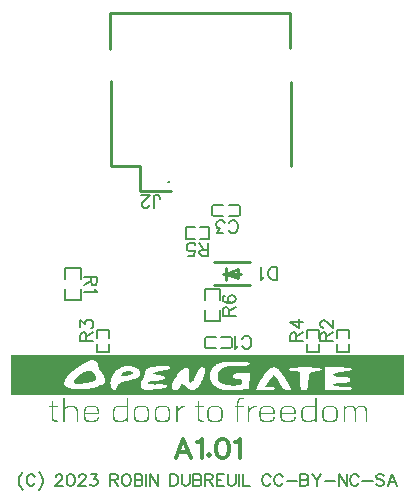
<source format=gto>
G04 Layer: TopSilkscreenLayer*
G04 EasyEDA v6.5.23, 2023-05-05 12:33:24*
G04 99fe30585978489ba2b06a073ac4f22d,10*
G04 Gerber Generator version 0.2*
G04 Scale: 100 percent, Rotated: No, Reflected: No *
G04 Dimensions in millimeters *
G04 leading zeros omitted , absolute positions ,4 integer and 5 decimal *
%FSLAX45Y45*%
%MOMM*%

%ADD10C,0.2000*%
%ADD11C,0.3000*%
%ADD12C,0.1524*%
%ADD13C,0.2540*%

%LPD*%
G36*
X2589377Y-4036314D02*
G01*
X2589377Y-4265472D01*
X2871876Y-4265472D01*
X2872130Y-4260342D01*
X2873248Y-4254703D01*
X2875280Y-4248404D01*
X2878226Y-4241342D01*
X2882036Y-4233265D01*
X2888538Y-4220870D01*
X2893263Y-4214012D01*
X2899308Y-4206443D01*
X2906522Y-4198366D01*
X2914904Y-4189831D01*
X2924200Y-4180992D01*
X2934309Y-4172000D01*
X2945079Y-4162958D01*
X2956407Y-4153966D01*
X2968142Y-4145127D01*
X2980131Y-4136593D01*
X2992272Y-4128515D01*
X3030220Y-4104944D01*
X3047288Y-4094581D01*
X3061563Y-4086351D01*
X3073501Y-4080052D01*
X3078734Y-4077563D01*
X3088030Y-4073855D01*
X3092196Y-4072585D01*
X3099866Y-4071162D01*
X3103473Y-4070959D01*
X3110484Y-4071416D01*
X3117697Y-4072991D01*
X3125419Y-4075531D01*
X3134258Y-4078833D01*
X3139440Y-4081322D01*
X3144266Y-4084675D01*
X3148634Y-4088688D01*
X3152495Y-4093311D01*
X3155645Y-4098290D01*
X3158032Y-4103522D01*
X3159506Y-4108907D01*
X3160522Y-4119879D01*
X3161842Y-4126179D01*
X3163925Y-4132884D01*
X3166668Y-4139793D01*
X3170021Y-4146702D01*
X3173831Y-4153458D01*
X3178048Y-4159758D01*
X3188970Y-4173626D01*
X3195472Y-4183481D01*
X3201822Y-4194505D01*
X3207613Y-4206036D01*
X3212592Y-4217466D01*
X3214674Y-4222953D01*
X3216402Y-4228236D01*
X3217976Y-4233926D01*
X3219145Y-4239107D01*
X3219856Y-4243882D01*
X3220008Y-4248302D01*
X3219602Y-4252417D01*
X3218535Y-4256227D01*
X3216859Y-4259834D01*
X3214522Y-4263339D01*
X3212708Y-4265269D01*
X3264306Y-4265269D01*
X3264408Y-4259884D01*
X3265424Y-4249064D01*
X3266236Y-4243679D01*
X3268726Y-4233011D01*
X3272129Y-4222546D01*
X3276447Y-4212183D01*
X3281679Y-4202074D01*
X3287826Y-4192219D01*
X3294786Y-4182668D01*
X3298596Y-4177995D01*
X3306876Y-4168952D01*
X3315919Y-4160265D01*
X3325774Y-4151985D01*
X3336391Y-4144162D01*
X3347770Y-4136796D01*
X3352139Y-4134408D01*
X3356914Y-4132326D01*
X3362096Y-4130446D01*
X3367633Y-4128820D01*
X3373475Y-4127449D01*
X3379571Y-4126331D01*
X3392474Y-4124807D01*
X3399180Y-4124350D01*
X3406038Y-4124147D01*
X3419906Y-4124401D01*
X3433775Y-4125518D01*
X3440633Y-4126331D01*
X3453942Y-4128668D01*
X3466490Y-4131716D01*
X3472383Y-4133494D01*
X3483203Y-4137609D01*
X3488029Y-4139946D01*
X3492449Y-4142435D01*
X3496411Y-4145076D01*
X3499916Y-4147870D01*
X3502812Y-4150817D01*
X3505200Y-4153966D01*
X3509822Y-4161586D01*
X3513531Y-4168800D01*
X3516223Y-4175556D01*
X3517900Y-4181906D01*
X3518357Y-4184904D01*
X3518408Y-4190746D01*
X3518052Y-4193540D01*
X3517341Y-4196232D01*
X3516376Y-4198874D01*
X3515106Y-4201414D01*
X3513531Y-4203954D01*
X3509416Y-4208780D01*
X3504031Y-4213402D01*
X3497275Y-4217873D01*
X3489198Y-4222191D01*
X3479698Y-4226356D01*
X3468725Y-4230471D01*
X3456279Y-4234586D01*
X3442258Y-4238650D01*
X3426663Y-4242714D01*
X3409391Y-4246880D01*
X3390493Y-4251096D01*
X3369868Y-4255414D01*
X3363620Y-4256989D01*
X3357575Y-4259021D01*
X3351784Y-4261510D01*
X3346297Y-4264406D01*
X3341115Y-4267708D01*
X3336391Y-4271365D01*
X3332022Y-4275277D01*
X3328897Y-4278731D01*
X3519170Y-4278731D01*
X3519322Y-4272686D01*
X3520084Y-4266641D01*
X3521456Y-4260646D01*
X3523538Y-4254855D01*
X3526231Y-4249318D01*
X3529584Y-4244136D01*
X3536797Y-4235348D01*
X3539896Y-4230065D01*
X3542944Y-4223664D01*
X3545840Y-4216400D01*
X3548430Y-4208475D01*
X3550767Y-4200093D01*
X3552647Y-4191558D01*
X3554984Y-4177233D01*
X3556152Y-4171950D01*
X3557574Y-4167073D01*
X3559301Y-4162653D01*
X3561384Y-4158589D01*
X3563823Y-4154881D01*
X3566718Y-4151579D01*
X3570020Y-4148531D01*
X3573779Y-4145787D01*
X3578098Y-4143298D01*
X3582924Y-4141063D01*
X3588359Y-4138980D01*
X3594404Y-4137101D01*
X3608476Y-4133748D01*
X3626154Y-4130548D01*
X3644392Y-4127652D01*
X3661511Y-4125214D01*
X3677462Y-4123283D01*
X3692194Y-4121861D01*
X3705758Y-4120946D01*
X3718102Y-4120540D01*
X3729278Y-4120591D01*
X3739184Y-4121200D01*
X3747820Y-4122267D01*
X3755186Y-4123842D01*
X3758437Y-4124807D01*
X3763924Y-4127144D01*
X3766159Y-4128515D01*
X3768090Y-4129989D01*
X3769664Y-4131564D01*
X3770934Y-4133291D01*
X3771696Y-4135526D01*
X3771290Y-4137812D01*
X3769817Y-4140149D01*
X3767328Y-4142536D01*
X3763924Y-4144924D01*
X3759606Y-4147261D01*
X3754526Y-4149547D01*
X3748633Y-4151782D01*
X3742080Y-4153865D01*
X3734917Y-4155795D01*
X3727196Y-4157522D01*
X3691534Y-4163923D01*
X3675837Y-4167073D01*
X3662222Y-4170121D01*
X3650691Y-4173067D01*
X3641344Y-4175912D01*
X3634079Y-4178706D01*
X3628948Y-4181297D01*
X3627170Y-4182567D01*
X3626002Y-4183786D01*
X3625342Y-4185005D01*
X3625240Y-4186174D01*
X3625646Y-4187291D01*
X3626662Y-4188409D01*
X3628186Y-4189425D01*
X3630269Y-4190441D01*
X3636162Y-4192371D01*
X3644290Y-4194098D01*
X3666896Y-4197908D01*
X3679088Y-4200296D01*
X3690772Y-4202887D01*
X3701389Y-4205528D01*
X3710330Y-4208018D01*
X3718255Y-4210862D01*
X3721658Y-4212691D01*
X3724198Y-4214571D01*
X3725926Y-4216552D01*
X3726840Y-4218635D01*
X3726992Y-4220718D01*
X3726434Y-4222851D01*
X3725214Y-4224985D01*
X3723284Y-4227118D01*
X3720744Y-4229252D01*
X3717594Y-4231335D01*
X3713886Y-4233367D01*
X3709619Y-4235348D01*
X3699662Y-4239056D01*
X3687927Y-4242257D01*
X3681526Y-4243679D01*
X3667658Y-4245965D01*
X3652723Y-4247438D01*
X3644950Y-4247845D01*
X3629812Y-4248200D01*
X3622903Y-4248708D01*
X3610254Y-4250537D01*
X3604615Y-4251858D01*
X3599535Y-4253331D01*
X3595065Y-4255058D01*
X3591204Y-4256938D01*
X3588156Y-4258970D01*
X3585870Y-4261154D01*
X3584448Y-4263440D01*
X3583940Y-4265828D01*
X3584600Y-4268368D01*
X3586378Y-4270654D01*
X3589375Y-4272737D01*
X3593439Y-4274515D01*
X3598519Y-4276039D01*
X3604666Y-4277309D01*
X3611778Y-4278274D01*
X3619804Y-4278985D01*
X3628745Y-4279341D01*
X3638448Y-4279442D01*
X3649014Y-4279188D01*
X3668268Y-4278223D01*
X3683000Y-4277817D01*
X3696055Y-4277918D01*
X3707485Y-4278579D01*
X3717290Y-4279646D01*
X3725418Y-4281170D01*
X3731920Y-4282998D01*
X3736797Y-4285183D01*
X3738575Y-4286351D01*
X3739997Y-4287621D01*
X3740962Y-4288891D01*
X3741572Y-4290263D01*
X3741724Y-4291634D01*
X3741470Y-4293057D01*
X3740319Y-4295241D01*
X3783990Y-4295241D01*
X3784142Y-4291228D01*
X3784701Y-4286910D01*
X3785565Y-4282338D01*
X3788206Y-4272534D01*
X3792016Y-4262069D01*
X3796792Y-4251045D01*
X3802481Y-4239615D01*
X3808933Y-4228033D01*
X3816045Y-4216450D01*
X3823665Y-4204970D01*
X3831691Y-4193844D01*
X3839972Y-4183227D01*
X3848455Y-4173321D01*
X3856939Y-4164279D01*
X3865372Y-4156252D01*
X3869486Y-4152646D01*
X3877564Y-4146499D01*
X3881424Y-4144010D01*
X3885234Y-4141876D01*
X3888892Y-4140149D01*
X3892397Y-4138828D01*
X3895750Y-4138015D01*
X3898900Y-4137660D01*
X3901897Y-4137761D01*
X3906723Y-4138574D01*
X3911041Y-4139590D01*
X3914901Y-4140860D01*
X3918254Y-4142486D01*
X3921150Y-4144416D01*
X3923639Y-4146804D01*
X3925722Y-4149598D01*
X3927398Y-4152900D01*
X3928719Y-4156811D01*
X3929634Y-4161282D01*
X3930294Y-4166412D01*
X3930599Y-4172204D01*
X3930650Y-4178808D01*
X3929887Y-4194352D01*
X3928618Y-4210862D01*
X3928160Y-4224274D01*
X3928567Y-4235653D01*
X3929024Y-4240631D01*
X3930599Y-4249115D01*
X3931615Y-4252620D01*
X3932834Y-4255617D01*
X3934206Y-4258157D01*
X3935729Y-4260189D01*
X3937355Y-4261764D01*
X3939184Y-4262831D01*
X3941114Y-4263390D01*
X3943146Y-4263491D01*
X3945331Y-4263085D01*
X3947617Y-4262221D01*
X3950004Y-4260850D01*
X3952494Y-4259021D01*
X3955084Y-4256684D01*
X3957726Y-4253890D01*
X3963263Y-4246829D01*
X3969004Y-4237837D01*
X3974998Y-4226915D01*
X3981043Y-4214114D01*
X3993337Y-4185005D01*
X3999788Y-4172254D01*
X4006392Y-4161231D01*
X4013200Y-4151985D01*
X4016603Y-4148023D01*
X4020058Y-4144518D01*
X4023461Y-4141520D01*
X4026865Y-4138929D01*
X4030218Y-4136847D01*
X4033570Y-4135272D01*
X4036872Y-4134154D01*
X4040124Y-4133545D01*
X4043324Y-4133443D01*
X4046474Y-4133850D01*
X4049471Y-4134815D01*
X4052417Y-4136237D01*
X4055262Y-4138218D01*
X4058005Y-4140758D01*
X4060596Y-4143806D01*
X4063085Y-4147464D01*
X4064304Y-4150004D01*
X4065168Y-4153001D01*
X4065676Y-4156557D01*
X4065828Y-4160469D01*
X4065676Y-4164837D01*
X4064406Y-4174642D01*
X4062069Y-4185615D01*
X4058716Y-4197553D01*
X4055591Y-4207052D01*
X4106011Y-4207052D01*
X4106316Y-4197299D01*
X4107535Y-4187596D01*
X4109669Y-4178046D01*
X4112615Y-4168648D01*
X4116476Y-4159453D01*
X4121150Y-4150614D01*
X4126687Y-4142079D01*
X4132986Y-4133951D01*
X4140149Y-4126280D01*
X4148074Y-4119118D01*
X4156710Y-4112564D01*
X4161332Y-4109465D01*
X4171137Y-4103878D01*
X4181703Y-4098950D01*
X4189171Y-4096156D01*
X4194556Y-4094937D01*
X4201871Y-4093768D01*
X4221378Y-4091533D01*
X4246270Y-4089603D01*
X4275175Y-4088028D01*
X4306722Y-4086961D01*
X4343704Y-4086402D01*
X4366260Y-4086504D01*
X4385716Y-4087012D01*
X4402226Y-4087876D01*
X4415891Y-4089196D01*
X4426762Y-4090924D01*
X4431233Y-4091990D01*
X4434992Y-4093159D01*
X4438142Y-4094429D01*
X4440682Y-4095800D01*
X4442612Y-4097324D01*
X4443882Y-4098950D01*
X4444593Y-4100728D01*
X4444746Y-4102608D01*
X4444339Y-4104640D01*
X4443171Y-4106926D01*
X4441342Y-4109059D01*
X4438802Y-4110990D01*
X4435551Y-4112768D01*
X4431588Y-4114342D01*
X4426966Y-4115765D01*
X4421682Y-4116984D01*
X4409033Y-4118864D01*
X4401718Y-4119575D01*
X4385106Y-4120337D01*
X4375861Y-4120489D01*
X4355388Y-4120134D01*
X4335119Y-4119372D01*
X4317695Y-4119219D01*
X4301134Y-4119676D01*
X4285488Y-4120845D01*
X4270756Y-4122623D01*
X4256938Y-4125061D01*
X4244136Y-4128160D01*
X4232249Y-4131818D01*
X4221378Y-4136136D01*
X4216349Y-4138472D01*
X4211523Y-4141012D01*
X4202734Y-4146499D01*
X4198670Y-4149496D01*
X4194911Y-4152595D01*
X4191406Y-4155846D01*
X4185208Y-4162806D01*
X4180128Y-4170324D01*
X4177995Y-4174286D01*
X4176115Y-4178401D01*
X4174540Y-4182668D01*
X4173270Y-4187037D01*
X4172254Y-4191558D01*
X4171492Y-4196181D01*
X4171086Y-4200956D01*
X4170934Y-4205884D01*
X4171086Y-4211675D01*
X4171543Y-4217212D01*
X4172305Y-4222546D01*
X4173423Y-4227677D01*
X4174845Y-4232605D01*
X4176572Y-4237278D01*
X4178604Y-4241749D01*
X4180992Y-4246016D01*
X4183684Y-4250080D01*
X4186682Y-4253941D01*
X4190034Y-4257548D01*
X4193692Y-4261002D01*
X4197705Y-4264202D01*
X4202023Y-4267200D01*
X4206697Y-4269994D01*
X4211675Y-4272584D01*
X4217009Y-4274972D01*
X4222648Y-4277156D01*
X4228642Y-4279138D01*
X4241698Y-4282541D01*
X4248708Y-4283913D01*
X4263796Y-4286097D01*
X4280306Y-4287469D01*
X4298188Y-4288078D01*
X4318558Y-4288028D01*
X4335322Y-4287266D01*
X4342485Y-4286554D01*
X4348835Y-4285589D01*
X4354474Y-4284421D01*
X4359452Y-4282998D01*
X4363770Y-4281271D01*
X4367479Y-4279290D01*
X4370628Y-4277004D01*
X4373270Y-4274362D01*
X4375454Y-4271416D01*
X4377182Y-4268165D01*
X4378502Y-4264507D01*
X4379518Y-4260494D01*
X4380331Y-4255465D01*
X4380484Y-4250994D01*
X4380077Y-4247083D01*
X4379010Y-4243628D01*
X4377232Y-4240733D01*
X4374743Y-4238244D01*
X4371543Y-4236212D01*
X4367530Y-4234637D01*
X4362754Y-4233418D01*
X4357166Y-4232605D01*
X4350664Y-4232097D01*
X4333900Y-4231538D01*
X4325620Y-4230319D01*
X4318406Y-4228287D01*
X4312412Y-4225493D01*
X4307687Y-4222038D01*
X4304182Y-4217822D01*
X4302099Y-4212996D01*
X4301337Y-4207510D01*
X4301591Y-4204258D01*
X4302302Y-4201261D01*
X4303471Y-4198518D01*
X4305198Y-4196029D01*
X4307484Y-4193794D01*
X4310329Y-4191812D01*
X4313732Y-4190034D01*
X4317796Y-4188460D01*
X4322521Y-4187139D01*
X4327906Y-4186021D01*
X4334002Y-4185056D01*
X4340758Y-4184294D01*
X4356608Y-4183379D01*
X4375658Y-4183075D01*
X4449978Y-4183075D01*
X4440030Y-4320133D01*
X4497019Y-4320133D01*
X4497273Y-4318660D01*
X4499406Y-4313275D01*
X4503420Y-4304842D01*
X4516221Y-4280509D01*
X4534103Y-4248861D01*
X4554931Y-4213656D01*
X4564634Y-4198061D01*
X4573574Y-4184497D01*
X4581855Y-4172915D01*
X4589576Y-4163110D01*
X4596993Y-4154982D01*
X4604156Y-4148429D01*
X4607661Y-4145635D01*
X4614722Y-4141165D01*
X4618329Y-4139387D01*
X4621936Y-4137914D01*
X4625594Y-4136694D01*
X4629404Y-4135729D01*
X4637227Y-4134510D01*
X4641392Y-4134205D01*
X4649978Y-4134256D01*
X4654194Y-4134510D01*
X4662170Y-4135831D01*
X4665980Y-4136847D01*
X4669739Y-4138117D01*
X4673447Y-4139742D01*
X4677105Y-4141673D01*
X4680712Y-4143908D01*
X4684369Y-4146550D01*
X4689023Y-4150461D01*
X4774184Y-4150461D01*
X4774488Y-4149242D01*
X4775352Y-4148124D01*
X4776774Y-4147007D01*
X4778806Y-4145889D01*
X4784394Y-4143857D01*
X4792014Y-4141978D01*
X4801565Y-4140250D01*
X4812893Y-4138676D01*
X4825949Y-4137355D01*
X4840630Y-4136237D01*
X4856734Y-4135323D01*
X4874209Y-4134662D01*
X4892903Y-4134256D01*
X5198110Y-4134154D01*
X5216550Y-4134358D01*
X5234076Y-4134916D01*
X5250434Y-4135882D01*
X5265369Y-4137101D01*
X5278678Y-4138676D01*
X5290108Y-4140454D01*
X5299456Y-4142486D01*
X5306364Y-4144670D01*
X5308904Y-4145838D01*
X5310733Y-4147058D01*
X5311851Y-4148277D01*
X5312206Y-4149547D01*
X5311546Y-4151680D01*
X5309514Y-4153814D01*
X5306212Y-4155948D01*
X5301792Y-4157979D01*
X5296306Y-4160012D01*
X5289854Y-4161891D01*
X5282539Y-4163669D01*
X5274411Y-4165295D01*
X5265623Y-4166768D01*
X5256225Y-4168038D01*
X5246370Y-4169105D01*
X5228488Y-4170476D01*
X5214315Y-4171950D01*
X5201564Y-4173829D01*
X5190236Y-4176064D01*
X5180330Y-4178554D01*
X5171846Y-4181348D01*
X5164785Y-4184294D01*
X5159248Y-4187342D01*
X5157012Y-4188917D01*
X5153710Y-4192117D01*
X5152593Y-4193743D01*
X5151932Y-4195318D01*
X5151577Y-4196892D01*
X5151628Y-4198467D01*
X5152085Y-4199991D01*
X5152948Y-4201515D01*
X5154168Y-4202988D01*
X5155793Y-4204411D01*
X5160213Y-4207052D01*
X5163058Y-4208322D01*
X5169916Y-4210558D01*
X5178399Y-4212437D01*
X5188559Y-4213961D01*
X5200345Y-4215028D01*
X5213807Y-4215587D01*
X5231180Y-4215739D01*
X5248706Y-4216349D01*
X5256326Y-4216908D01*
X5269230Y-4218584D01*
X5274665Y-4219752D01*
X5279390Y-4221073D01*
X5283454Y-4222597D01*
X5286908Y-4224375D01*
X5289753Y-4226407D01*
X5292039Y-4228642D01*
X5293766Y-4231132D01*
X5294985Y-4233824D01*
X5295696Y-4236872D01*
X5295900Y-4240123D01*
X5295696Y-4243374D01*
X5294985Y-4246372D01*
X5293817Y-4249115D01*
X5292090Y-4251604D01*
X5289854Y-4253839D01*
X5287060Y-4255820D01*
X5283657Y-4257598D01*
X5279593Y-4259122D01*
X5274970Y-4260494D01*
X5269636Y-4261612D01*
X5256936Y-4263288D01*
X5241290Y-4264253D01*
X5212638Y-4264710D01*
X5203088Y-4265168D01*
X5194046Y-4265879D01*
X5185613Y-4266793D01*
X5177790Y-4267962D01*
X5170728Y-4269384D01*
X5164531Y-4270908D01*
X5159248Y-4272686D01*
X5154980Y-4274566D01*
X5151831Y-4276547D01*
X5149850Y-4278680D01*
X5149189Y-4280865D01*
X5149596Y-4282541D01*
X5150866Y-4284167D01*
X5152847Y-4285691D01*
X5155590Y-4287215D01*
X5159044Y-4288637D01*
X5167833Y-4291228D01*
X5178907Y-4293463D01*
X5191912Y-4295190D01*
X5206542Y-4296460D01*
X5222392Y-4297121D01*
X5239004Y-4297273D01*
X5254853Y-4297934D01*
X5269484Y-4299153D01*
X5282488Y-4300931D01*
X5293563Y-4303115D01*
X5298236Y-4304385D01*
X5302351Y-4305757D01*
X5305806Y-4307179D01*
X5308549Y-4308652D01*
X5310581Y-4310227D01*
X5311800Y-4311802D01*
X5312206Y-4313478D01*
X5311851Y-4314850D01*
X5310784Y-4316222D01*
X5309057Y-4317492D01*
X5306618Y-4318762D01*
X5303570Y-4319981D01*
X5295646Y-4322216D01*
X5285486Y-4324248D01*
X5273243Y-4325975D01*
X5259171Y-4327398D01*
X5243423Y-4328566D01*
X5226253Y-4329328D01*
X5207762Y-4329734D01*
X5083962Y-4329785D01*
X5083962Y-4134154D01*
X4931511Y-4134256D01*
X4949494Y-4134662D01*
X4966563Y-4135323D01*
X4982565Y-4136237D01*
X4997297Y-4137355D01*
X5010658Y-4138625D01*
X5022392Y-4140098D01*
X5032349Y-4141724D01*
X5040426Y-4143501D01*
X5046370Y-4145381D01*
X5048504Y-4146346D01*
X5050078Y-4147362D01*
X5051044Y-4148378D01*
X5051348Y-4149394D01*
X5050282Y-4152595D01*
X5047183Y-4155744D01*
X5042255Y-4158792D01*
X5035804Y-4161688D01*
X5027930Y-4164329D01*
X5018938Y-4166615D01*
X5009032Y-4168444D01*
X4978603Y-4172153D01*
X4973269Y-4173118D01*
X4968544Y-4174337D01*
X4964328Y-4175760D01*
X4960620Y-4177487D01*
X4957368Y-4179570D01*
X4954574Y-4182110D01*
X4952136Y-4185056D01*
X4950002Y-4188561D01*
X4948224Y-4192625D01*
X4946700Y-4197299D01*
X4945430Y-4202684D01*
X4944313Y-4208830D01*
X4942586Y-4223461D01*
X4939588Y-4263796D01*
X4937760Y-4283303D01*
X4936642Y-4291533D01*
X4935372Y-4298746D01*
X4933899Y-4305046D01*
X4932273Y-4310481D01*
X4930394Y-4315104D01*
X4928209Y-4319016D01*
X4925771Y-4322216D01*
X4923028Y-4324756D01*
X4919980Y-4326686D01*
X4916525Y-4328160D01*
X4912664Y-4329074D01*
X4908397Y-4329633D01*
X4903724Y-4329785D01*
X4898898Y-4329633D01*
X4894529Y-4329176D01*
X4890719Y-4328261D01*
X4887315Y-4326890D01*
X4884318Y-4324959D01*
X4881727Y-4322419D01*
X4879543Y-4319219D01*
X4877663Y-4315256D01*
X4876139Y-4310430D01*
X4874869Y-4304792D01*
X4873904Y-4298137D01*
X4873142Y-4290466D01*
X4872583Y-4281728D01*
X4872075Y-4260697D01*
X4871770Y-4217416D01*
X4871110Y-4201922D01*
X4870500Y-4195521D01*
X4869637Y-4189933D01*
X4868570Y-4185158D01*
X4867198Y-4181043D01*
X4865471Y-4177639D01*
X4863439Y-4174794D01*
X4860950Y-4172508D01*
X4858105Y-4170679D01*
X4854752Y-4169308D01*
X4850892Y-4168292D01*
X4846523Y-4167581D01*
X4836109Y-4166870D01*
X4823104Y-4166768D01*
X4813249Y-4166412D01*
X4804105Y-4165447D01*
X4795774Y-4163974D01*
X4788560Y-4161942D01*
X4782566Y-4159554D01*
X4778044Y-4156760D01*
X4775200Y-4153712D01*
X4774184Y-4150461D01*
X4689023Y-4150461D01*
X4695545Y-4156760D01*
X4703368Y-4165752D01*
X4711649Y-4176623D01*
X4720640Y-4189526D01*
X4730496Y-4204716D01*
X4741316Y-4222242D01*
X4765598Y-4263186D01*
X4775149Y-4279798D01*
X4782566Y-4293412D01*
X4787950Y-4304284D01*
X4791303Y-4312716D01*
X4792268Y-4316171D01*
X4792776Y-4319066D01*
X4792776Y-4321556D01*
X4792370Y-4323638D01*
X4791456Y-4325315D01*
X4790186Y-4326636D01*
X4788408Y-4327702D01*
X4786274Y-4328464D01*
X4783683Y-4329023D01*
X4777333Y-4329582D01*
X4769408Y-4329684D01*
X4764786Y-4329430D01*
X4760163Y-4328668D01*
X4755642Y-4327448D01*
X4751120Y-4325772D01*
X4746599Y-4323537D01*
X4742129Y-4320844D01*
X4737608Y-4317593D01*
X4733137Y-4313885D01*
X4728616Y-4309618D01*
X4724095Y-4304792D01*
X4719574Y-4299458D01*
X4715002Y-4293565D01*
X4710379Y-4287113D01*
X4701032Y-4272584D01*
X4691126Y-4255668D01*
X4680864Y-4239158D01*
X4671009Y-4224731D01*
X4662068Y-4212945D01*
X4658055Y-4208272D01*
X4654499Y-4204512D01*
X4651349Y-4201668D01*
X4648758Y-4199940D01*
X4646777Y-4199382D01*
X4644847Y-4199788D01*
X4642459Y-4201109D01*
X4639716Y-4203192D01*
X4636617Y-4206036D01*
X4629607Y-4213707D01*
X4621834Y-4223613D01*
X4613656Y-4235297D01*
X4605578Y-4248251D01*
X4576673Y-4297172D01*
X4618380Y-4297172D01*
X4626762Y-4297527D01*
X4634534Y-4298492D01*
X4641646Y-4299966D01*
X4647793Y-4301947D01*
X4652924Y-4304385D01*
X4656785Y-4307179D01*
X4659223Y-4310227D01*
X4660036Y-4313478D01*
X4659630Y-4315155D01*
X4658410Y-4316780D01*
X4656378Y-4318304D01*
X4653635Y-4319828D01*
X4650181Y-4321251D01*
X4641392Y-4323842D01*
X4630318Y-4326077D01*
X4617313Y-4327804D01*
X4602683Y-4329074D01*
X4586833Y-4329684D01*
X4567529Y-4329684D01*
X4546854Y-4329023D01*
X4528769Y-4327753D01*
X4514037Y-4326026D01*
X4508195Y-4325010D01*
X4503420Y-4323892D01*
X4499914Y-4322673D01*
X4497781Y-4321403D01*
X4497019Y-4320133D01*
X4440030Y-4320133D01*
X4439920Y-4321657D01*
X4333138Y-4327093D01*
X4314799Y-4327804D01*
X4297680Y-4328160D01*
X4281728Y-4328210D01*
X4266946Y-4327906D01*
X4253128Y-4327194D01*
X4240276Y-4326128D01*
X4228338Y-4324654D01*
X4217212Y-4322724D01*
X4206798Y-4320387D01*
X4197045Y-4317593D01*
X4187901Y-4314342D01*
X4179265Y-4310583D01*
X4171086Y-4306316D01*
X4163314Y-4301540D01*
X4155795Y-4296206D01*
X4148531Y-4290364D01*
X4141419Y-4283913D01*
X4134053Y-4276394D01*
X4130446Y-4272280D01*
X4127093Y-4268012D01*
X4121150Y-4259224D01*
X4118559Y-4254754D01*
X4114088Y-4245508D01*
X4110634Y-4236110D01*
X4108145Y-4226509D01*
X4106621Y-4216806D01*
X4106011Y-4207052D01*
X4055591Y-4207052D01*
X4052062Y-4216603D01*
X4046728Y-4229709D01*
X4040835Y-4242816D01*
X4034383Y-4255617D01*
X4027627Y-4267860D01*
X4020616Y-4279341D01*
X4013454Y-4289704D01*
X4006342Y-4298696D01*
X4002786Y-4302607D01*
X3999280Y-4306062D01*
X3995826Y-4309059D01*
X3992473Y-4311548D01*
X3981653Y-4318254D01*
X3976878Y-4320844D01*
X3972356Y-4322876D01*
X3968038Y-4324299D01*
X3963822Y-4325213D01*
X3959656Y-4325518D01*
X3955440Y-4325213D01*
X3951071Y-4324299D01*
X3946550Y-4322775D01*
X3941724Y-4320590D01*
X3936492Y-4317796D01*
X3930853Y-4314342D01*
X3917797Y-4305452D01*
X3902100Y-4293870D01*
X3888587Y-4284218D01*
X3878427Y-4277664D01*
X3874363Y-4275632D01*
X3870909Y-4274312D01*
X3867962Y-4273804D01*
X3865422Y-4274108D01*
X3863238Y-4275124D01*
X3861358Y-4276953D01*
X3859580Y-4279544D01*
X3857955Y-4282846D01*
X3854704Y-4291838D01*
X3852926Y-4297426D01*
X3850894Y-4302912D01*
X3848455Y-4307840D01*
X3845661Y-4312259D01*
X3842562Y-4316222D01*
X3839210Y-4319625D01*
X3835603Y-4322521D01*
X3831793Y-4324908D01*
X3827881Y-4326737D01*
X3823817Y-4328058D01*
X3819753Y-4328820D01*
X3815689Y-4329023D01*
X3811625Y-4328718D01*
X3807612Y-4327804D01*
X3803751Y-4326382D01*
X3800094Y-4324350D01*
X3796588Y-4321759D01*
X3793337Y-4318609D01*
X3790442Y-4314850D01*
X3787800Y-4310532D01*
X3785615Y-4305554D01*
X3784701Y-4302455D01*
X3784142Y-4299000D01*
X3783990Y-4295241D01*
X3740319Y-4295241D01*
X3738321Y-4297527D01*
X3736441Y-4299051D01*
X3731463Y-4302048D01*
X3724808Y-4305096D01*
X3716578Y-4308043D01*
X3706672Y-4310888D01*
X3695141Y-4313580D01*
X3681984Y-4316069D01*
X3667251Y-4318304D01*
X3651859Y-4320133D01*
X3637178Y-4321556D01*
X3608578Y-4323334D01*
X3595217Y-4323740D01*
X3582720Y-4323791D01*
X3571443Y-4323486D01*
X3561537Y-4322876D01*
X3553256Y-4321962D01*
X3546906Y-4320641D01*
X3544519Y-4319879D01*
X3539490Y-4317441D01*
X3534968Y-4314291D01*
X3531006Y-4310532D01*
X3527602Y-4306163D01*
X3524707Y-4301286D01*
X3522472Y-4296054D01*
X3520744Y-4290466D01*
X3519678Y-4284675D01*
X3519170Y-4278731D01*
X3328897Y-4278731D01*
X3324758Y-4284014D01*
X3321913Y-4288739D01*
X3319627Y-4293666D01*
X3316224Y-4304538D01*
X3314242Y-4309618D01*
X3312109Y-4314037D01*
X3309721Y-4317746D01*
X3307232Y-4320794D01*
X3304590Y-4323232D01*
X3301847Y-4325010D01*
X3299002Y-4326128D01*
X3296158Y-4326686D01*
X3293262Y-4326636D01*
X3290366Y-4325975D01*
X3287471Y-4324756D01*
X3284626Y-4323029D01*
X3281883Y-4320692D01*
X3279292Y-4317847D01*
X3276752Y-4314494D01*
X3274415Y-4310634D01*
X3272231Y-4306316D01*
X3270250Y-4301490D01*
X3268522Y-4296206D01*
X3267049Y-4290466D01*
X3265881Y-4284319D01*
X3265017Y-4277715D01*
X3264458Y-4270756D01*
X3264306Y-4265269D01*
X3212708Y-4265269D01*
X3211372Y-4266692D01*
X3207512Y-4269943D01*
X3202787Y-4273245D01*
X3197199Y-4276598D01*
X3190697Y-4280052D01*
X3174796Y-4287469D01*
X3159912Y-4293768D01*
X3148482Y-4297934D01*
X3136493Y-4301744D01*
X3123996Y-4305147D01*
X3111093Y-4308246D01*
X3097784Y-4310989D01*
X3084271Y-4313377D01*
X3070504Y-4315358D01*
X3056686Y-4316984D01*
X3042818Y-4318254D01*
X3029000Y-4319168D01*
X3015386Y-4319727D01*
X3001924Y-4319879D01*
X2988818Y-4319676D01*
X2976067Y-4319117D01*
X2963824Y-4318203D01*
X2952089Y-4316882D01*
X2941015Y-4315206D01*
X2930652Y-4313123D01*
X2921101Y-4310684D01*
X2912414Y-4307890D01*
X2904693Y-4304690D01*
X2898038Y-4301134D01*
X2895092Y-4299204D01*
X2892450Y-4297172D01*
X2884728Y-4289450D01*
X2880258Y-4284370D01*
X2876753Y-4279544D01*
X2874213Y-4274921D01*
X2872587Y-4270298D01*
X2871876Y-4265472D01*
X2589377Y-4265472D01*
X2589377Y-4362399D01*
X5589422Y-4362399D01*
X5589422Y-4036314D01*
G37*
G36*
X3080613Y-4162653D02*
G01*
X3075279Y-4162704D01*
X3069793Y-4163212D01*
X3064408Y-4164228D01*
X3058820Y-4165701D01*
X3053029Y-4167530D01*
X3047136Y-4169765D01*
X3035096Y-4175302D01*
X3022955Y-4182008D01*
X3010966Y-4189679D01*
X2999384Y-4198061D01*
X2988513Y-4206900D01*
X2978607Y-4215942D01*
X2974086Y-4220514D01*
X2966161Y-4229506D01*
X2962808Y-4233926D01*
X2959912Y-4238193D01*
X2957474Y-4242308D01*
X2955544Y-4246270D01*
X2954172Y-4250029D01*
X2953410Y-4253534D01*
X2953258Y-4256786D01*
X2953715Y-4259732D01*
X2954883Y-4262374D01*
X2956306Y-4264253D01*
X2958084Y-4265930D01*
X2960268Y-4267454D01*
X2962859Y-4268825D01*
X2965805Y-4270044D01*
X2972765Y-4271975D01*
X2981147Y-4273245D01*
X2990799Y-4273854D01*
X3001670Y-4273854D01*
X3013710Y-4273245D01*
X3026867Y-4271975D01*
X3040989Y-4270095D01*
X3056077Y-4267555D01*
X3072028Y-4264406D01*
X3088792Y-4260646D01*
X3106216Y-4256328D01*
X3115208Y-4253890D01*
X3120136Y-4252264D01*
X3124504Y-4250283D01*
X3128314Y-4247946D01*
X3131616Y-4245254D01*
X3134410Y-4242358D01*
X3136646Y-4239158D01*
X3138474Y-4235704D01*
X3139795Y-4232097D01*
X3140659Y-4228287D01*
X3141116Y-4224375D01*
X3141116Y-4220362D01*
X3140710Y-4216247D01*
X3139948Y-4212082D01*
X3138779Y-4207916D01*
X3137255Y-4203750D01*
X3135376Y-4199636D01*
X3133140Y-4195572D01*
X3130600Y-4191609D01*
X3127756Y-4187748D01*
X3124657Y-4184091D01*
X3117545Y-4177334D01*
X3113633Y-4174337D01*
X3109518Y-4171594D01*
X3105150Y-4169156D01*
X3100578Y-4167073D01*
X3095802Y-4165346D01*
X3090926Y-4164025D01*
X3085846Y-4163110D01*
G37*
G36*
X3419449Y-4167073D02*
G01*
X3413201Y-4167124D01*
X3406901Y-4167479D01*
X3400551Y-4168140D01*
X3394354Y-4169156D01*
X3388410Y-4170426D01*
X3382772Y-4171950D01*
X3377539Y-4173829D01*
X3372865Y-4175963D01*
X3368852Y-4178401D01*
X3365601Y-4181144D01*
X3363163Y-4184142D01*
X3359454Y-4191355D01*
X3357270Y-4198061D01*
X3356762Y-4203598D01*
X3358134Y-4207154D01*
X3360369Y-4208576D01*
X3363569Y-4209491D01*
X3367582Y-4209999D01*
X3372358Y-4210050D01*
X3377793Y-4209745D01*
X3389985Y-4208119D01*
X3403295Y-4205325D01*
X3416706Y-4201668D01*
X3429355Y-4197400D01*
X3440226Y-4192727D01*
X3444697Y-4190339D01*
X3448405Y-4187951D01*
X3451148Y-4185615D01*
X3452926Y-4183329D01*
X3453536Y-4181144D01*
X3452977Y-4178249D01*
X3451351Y-4175709D01*
X3448761Y-4173474D01*
X3445357Y-4171594D01*
X3441242Y-4170019D01*
X3436467Y-4168800D01*
X3431184Y-4167936D01*
X3425444Y-4167327D01*
G37*
G36*
X2869438Y-4390390D02*
G01*
X2866745Y-4390796D01*
X2864866Y-4391964D01*
X2863697Y-4393946D01*
X2863342Y-4396740D01*
X2863342Y-4591050D01*
X2863697Y-4593844D01*
X2864866Y-4595825D01*
X2866745Y-4596993D01*
X2869438Y-4597400D01*
X2872232Y-4596993D01*
X2874213Y-4595825D01*
X2875381Y-4593844D01*
X2875788Y-4591050D01*
X2875788Y-4506468D01*
X2880309Y-4490974D01*
X2890774Y-4480052D01*
X2898089Y-4476394D01*
X2906877Y-4473752D01*
X2917139Y-4472178D01*
X2928874Y-4471670D01*
X2937256Y-4471670D01*
X2956052Y-4473905D01*
X2968244Y-4480560D01*
X2974898Y-4492752D01*
X2977134Y-4511548D01*
X2977134Y-4591050D01*
X2977540Y-4593844D01*
X2978708Y-4595825D01*
X2980690Y-4596993D01*
X2983484Y-4597400D01*
X2986278Y-4596993D01*
X2988259Y-4595825D01*
X2989427Y-4593844D01*
X2989834Y-4591050D01*
X2989834Y-4511548D01*
X2989072Y-4498746D01*
X2986735Y-4487875D01*
X2982823Y-4478832D01*
X2977388Y-4471670D01*
X2970123Y-4466234D01*
X2960979Y-4462322D01*
X2950057Y-4459986D01*
X2937256Y-4459224D01*
X2928874Y-4459224D01*
X2916478Y-4459884D01*
X2905455Y-4461865D01*
X2895904Y-4465116D01*
X2887776Y-4469739D01*
X2881071Y-4475632D01*
X2875788Y-4482846D01*
X2875788Y-4396740D01*
X2875381Y-4393946D01*
X2874213Y-4391964D01*
X2872232Y-4390796D01*
G37*
G36*
X3407918Y-4390390D02*
G01*
X3405225Y-4390796D01*
X3403346Y-4391964D01*
X3402177Y-4393946D01*
X3401822Y-4396740D01*
X3401822Y-4459224D01*
X3337306Y-4459224D01*
X3324504Y-4459986D01*
X3313531Y-4462322D01*
X3304438Y-4466234D01*
X3297174Y-4471670D01*
X3291738Y-4478832D01*
X3287826Y-4487875D01*
X3285490Y-4498746D01*
X3284728Y-4511548D01*
X3284728Y-4544822D01*
X3297428Y-4544822D01*
X3297428Y-4511548D01*
X3299663Y-4492752D01*
X3306318Y-4480560D01*
X3318510Y-4473905D01*
X3337306Y-4471670D01*
X3401822Y-4471670D01*
X3401822Y-4552188D01*
X3398215Y-4566412D01*
X3387344Y-4576572D01*
X3379571Y-4580128D01*
X3370579Y-4582668D01*
X3360267Y-4584192D01*
X3348736Y-4584700D01*
X3337306Y-4584700D01*
X3318510Y-4582464D01*
X3306318Y-4575810D01*
X3299663Y-4563618D01*
X3297428Y-4544822D01*
X3284728Y-4544822D01*
X3285490Y-4557623D01*
X3287826Y-4568596D01*
X3291738Y-4577689D01*
X3297174Y-4584954D01*
X3304438Y-4590389D01*
X3313531Y-4594301D01*
X3324504Y-4596638D01*
X3337306Y-4597400D01*
X3348736Y-4597400D01*
X3367735Y-4595926D01*
X3382518Y-4591558D01*
X3393795Y-4584496D01*
X3401822Y-4574540D01*
X3401822Y-4591050D01*
X3402177Y-4593844D01*
X3403346Y-4595825D01*
X3405225Y-4596993D01*
X3407918Y-4597400D01*
X3410712Y-4596993D01*
X3412693Y-4595825D01*
X3413861Y-4593844D01*
X3414268Y-4591050D01*
X3414268Y-4396740D01*
X3413861Y-4393946D01*
X3412693Y-4391964D01*
X3410712Y-4390796D01*
G37*
G36*
X4386834Y-4390390D02*
G01*
X4374286Y-4391152D01*
X4363567Y-4393438D01*
X4354728Y-4397248D01*
X4347718Y-4402582D01*
X4342282Y-4409694D01*
X4338370Y-4418634D01*
X4336034Y-4429404D01*
X4335272Y-4441952D01*
X4335272Y-4459224D01*
X4322064Y-4459224D01*
X4319270Y-4459579D01*
X4317288Y-4460748D01*
X4316120Y-4462627D01*
X4315714Y-4465320D01*
X4316120Y-4468114D01*
X4317288Y-4470095D01*
X4319270Y-4471263D01*
X4322064Y-4471670D01*
X4335272Y-4471670D01*
X4335272Y-4591050D01*
X4335678Y-4593844D01*
X4336846Y-4595825D01*
X4338828Y-4596993D01*
X4341622Y-4597400D01*
X4344416Y-4596993D01*
X4346397Y-4595825D01*
X4347565Y-4593844D01*
X4347972Y-4591050D01*
X4347972Y-4471670D01*
X4387088Y-4471670D01*
X4389882Y-4471263D01*
X4391863Y-4470095D01*
X4393031Y-4468114D01*
X4393438Y-4465320D01*
X4393031Y-4462678D01*
X4391863Y-4460748D01*
X4389882Y-4459630D01*
X4387088Y-4459224D01*
X4347972Y-4459224D01*
X4347972Y-4441952D01*
X4350105Y-4423613D01*
X4356608Y-4411726D01*
X4368495Y-4405223D01*
X4389729Y-4402683D01*
X4391761Y-4401515D01*
X4393031Y-4399534D01*
X4393438Y-4396740D01*
X4393031Y-4393946D01*
X4391761Y-4391964D01*
X4389729Y-4390796D01*
G37*
G36*
X5004054Y-4390390D02*
G01*
X5001260Y-4390796D01*
X4999278Y-4391964D01*
X4998110Y-4393946D01*
X4997704Y-4396740D01*
X4997704Y-4459224D01*
X4933188Y-4459224D01*
X4920386Y-4459986D01*
X4909515Y-4462322D01*
X4900472Y-4466234D01*
X4893310Y-4471670D01*
X4887772Y-4478832D01*
X4883759Y-4487875D01*
X4881422Y-4498746D01*
X4880610Y-4511548D01*
X4880610Y-4544822D01*
X4893310Y-4544822D01*
X4893310Y-4511548D01*
X4895545Y-4492752D01*
X4902200Y-4480560D01*
X4914392Y-4473905D01*
X4933188Y-4471670D01*
X4997704Y-4471670D01*
X4997704Y-4552188D01*
X4994148Y-4566412D01*
X4983480Y-4576572D01*
X4975707Y-4580128D01*
X4966665Y-4582668D01*
X4956302Y-4584192D01*
X4944618Y-4584700D01*
X4933188Y-4584700D01*
X4914392Y-4582464D01*
X4902200Y-4575810D01*
X4895545Y-4563618D01*
X4893310Y-4544822D01*
X4880610Y-4544822D01*
X4881422Y-4557623D01*
X4883759Y-4568596D01*
X4887772Y-4577689D01*
X4893310Y-4584954D01*
X4900472Y-4590389D01*
X4909515Y-4594301D01*
X4920386Y-4596638D01*
X4933188Y-4597400D01*
X4944618Y-4597400D01*
X4963668Y-4595926D01*
X4978654Y-4591558D01*
X4989779Y-4584496D01*
X4997704Y-4574540D01*
X4997704Y-4591050D01*
X4998110Y-4593844D01*
X4999278Y-4595825D01*
X5001260Y-4596993D01*
X5004054Y-4597400D01*
X5006848Y-4596993D01*
X5008829Y-4595825D01*
X5009997Y-4593844D01*
X5010404Y-4591050D01*
X5010404Y-4396740D01*
X5009997Y-4393946D01*
X5008829Y-4391964D01*
X5006848Y-4390796D01*
G37*
G36*
X2772410Y-4417060D02*
G01*
X2769616Y-4417466D01*
X2767634Y-4418634D01*
X2766466Y-4420616D01*
X2766060Y-4423410D01*
X2766060Y-4459224D01*
X2747010Y-4459224D01*
X2744317Y-4459579D01*
X2742438Y-4460748D01*
X2741269Y-4462627D01*
X2740914Y-4465320D01*
X2741269Y-4468114D01*
X2742438Y-4470095D01*
X2744317Y-4471263D01*
X2747010Y-4471670D01*
X2766060Y-4471670D01*
X2766060Y-4546092D01*
X2766822Y-4558538D01*
X2769108Y-4569206D01*
X2772918Y-4578096D01*
X2778252Y-4585208D01*
X2785364Y-4590542D01*
X2794304Y-4594352D01*
X2805074Y-4596638D01*
X2817622Y-4597400D01*
X2820517Y-4596993D01*
X2822549Y-4595825D01*
X2823819Y-4593844D01*
X2824226Y-4591050D01*
X2823921Y-4588357D01*
X2822956Y-4586478D01*
X2822041Y-4585716D01*
X2820873Y-4585157D01*
X2819400Y-4584801D01*
X2799080Y-4582617D01*
X2787142Y-4576318D01*
X2780639Y-4564430D01*
X2778506Y-4546092D01*
X2778506Y-4471670D01*
X2817368Y-4471670D01*
X2820162Y-4471263D01*
X2822143Y-4470095D01*
X2823311Y-4468114D01*
X2823718Y-4465320D01*
X2823311Y-4462678D01*
X2822143Y-4460748D01*
X2820162Y-4459630D01*
X2817368Y-4459224D01*
X2778506Y-4459224D01*
X2778506Y-4423410D01*
X2778099Y-4420616D01*
X2776982Y-4418634D01*
X2775051Y-4417466D01*
G37*
G36*
X4008374Y-4417060D02*
G01*
X4005579Y-4417466D01*
X4003598Y-4418634D01*
X4002430Y-4420616D01*
X4002024Y-4423410D01*
X4002024Y-4459224D01*
X3983228Y-4459224D01*
X3980434Y-4459579D01*
X3978452Y-4460748D01*
X3977284Y-4462627D01*
X3976878Y-4465320D01*
X3977284Y-4468114D01*
X3978452Y-4470095D01*
X3980434Y-4471263D01*
X3983228Y-4471670D01*
X4002024Y-4471670D01*
X4002024Y-4546092D01*
X4002786Y-4558538D01*
X4005072Y-4569206D01*
X4008882Y-4578096D01*
X4014215Y-4585208D01*
X4021328Y-4590542D01*
X4030268Y-4594352D01*
X4041038Y-4596638D01*
X4053586Y-4597400D01*
X4056481Y-4596993D01*
X4058513Y-4595825D01*
X4059783Y-4593844D01*
X4060190Y-4591050D01*
X4059885Y-4588357D01*
X4058920Y-4586478D01*
X4058005Y-4585716D01*
X4056837Y-4585157D01*
X4055364Y-4584801D01*
X4035094Y-4582617D01*
X4023360Y-4576318D01*
X4016857Y-4564430D01*
X4014724Y-4546092D01*
X4014724Y-4471670D01*
X4053332Y-4471670D01*
X4056126Y-4471263D01*
X4058107Y-4470095D01*
X4059275Y-4468114D01*
X4059682Y-4465320D01*
X4059275Y-4462678D01*
X4058107Y-4460748D01*
X4056126Y-4459630D01*
X4053332Y-4459224D01*
X4014724Y-4459224D01*
X4014724Y-4423410D01*
X4014317Y-4420616D01*
X4013149Y-4418634D01*
X4011168Y-4417466D01*
G37*
G36*
X5289804Y-4458716D02*
G01*
X5283149Y-4459020D01*
X5277104Y-4459884D01*
X5271719Y-4461306D01*
X5266944Y-4463288D01*
X5262676Y-4465929D01*
X5258663Y-4469384D01*
X5255056Y-4473549D01*
X5251704Y-4478528D01*
X5251704Y-4465320D01*
X5251297Y-4462678D01*
X5250180Y-4460748D01*
X5248249Y-4459630D01*
X5245608Y-4459224D01*
X5242814Y-4459579D01*
X5240832Y-4460748D01*
X5239664Y-4462627D01*
X5239258Y-4465320D01*
X5239258Y-4591304D01*
X5239664Y-4594098D01*
X5240832Y-4596079D01*
X5242814Y-4597247D01*
X5245608Y-4597654D01*
X5248249Y-4597247D01*
X5250180Y-4596079D01*
X5251297Y-4594098D01*
X5251704Y-4591304D01*
X5251704Y-4510024D01*
X5253939Y-4492294D01*
X5260594Y-4480306D01*
X5272328Y-4473651D01*
X5289804Y-4471416D01*
X5302504Y-4471416D01*
X5316220Y-4473651D01*
X5325364Y-4480306D01*
X5330494Y-4492294D01*
X5332222Y-4510024D01*
X5332222Y-4591304D01*
X5332628Y-4594098D01*
X5333796Y-4596079D01*
X5335778Y-4597247D01*
X5338572Y-4597654D01*
X5341366Y-4597247D01*
X5343347Y-4596079D01*
X5344515Y-4594098D01*
X5344922Y-4591304D01*
X5344922Y-4510024D01*
X5347055Y-4492294D01*
X5353558Y-4480306D01*
X5365343Y-4473651D01*
X5383022Y-4471416D01*
X5395468Y-4471416D01*
X5409184Y-4473651D01*
X5418328Y-4480306D01*
X5423458Y-4492294D01*
X5425186Y-4510024D01*
X5425186Y-4591304D01*
X5425592Y-4594098D01*
X5426760Y-4596079D01*
X5428742Y-4597247D01*
X5431536Y-4597654D01*
X5434330Y-4597247D01*
X5436311Y-4596079D01*
X5437479Y-4594098D01*
X5437886Y-4591304D01*
X5437886Y-4510024D01*
X5437276Y-4497273D01*
X5435396Y-4486452D01*
X5432298Y-4477613D01*
X5427980Y-4470654D01*
X5422341Y-4465421D01*
X5415026Y-4461713D01*
X5406085Y-4459478D01*
X5395468Y-4458716D01*
X5383022Y-4458716D01*
X5368544Y-4460138D01*
X5357114Y-4464304D01*
X5348173Y-4471670D01*
X5341112Y-4482592D01*
X5338165Y-4476699D01*
X5334762Y-4471670D01*
X5330799Y-4467555D01*
X5326380Y-4464304D01*
X5315813Y-4460087D01*
X5302504Y-4458716D01*
G37*
G36*
X3090672Y-4459224D02*
G01*
X3077870Y-4459782D01*
X3066897Y-4462018D01*
X3057804Y-4465878D01*
X3050540Y-4471416D01*
X3045104Y-4478578D01*
X3041192Y-4487672D01*
X3038856Y-4498644D01*
X3038094Y-4511548D01*
X3038094Y-4520184D01*
X3050794Y-4520184D01*
X3050794Y-4511548D01*
X3053029Y-4492548D01*
X3059684Y-4480306D01*
X3071876Y-4473702D01*
X3090672Y-4471670D01*
X3115310Y-4471670D01*
X3133953Y-4473905D01*
X3146298Y-4480560D01*
X3152952Y-4492752D01*
X3155188Y-4511548D01*
X3155188Y-4520184D01*
X3038094Y-4520184D01*
X3038094Y-4545076D01*
X3038856Y-4557776D01*
X3041192Y-4568647D01*
X3045104Y-4577689D01*
X3050540Y-4584954D01*
X3057804Y-4590389D01*
X3066897Y-4594301D01*
X3077870Y-4596638D01*
X3090672Y-4597400D01*
X3115310Y-4597400D01*
X3127095Y-4596841D01*
X3137357Y-4595164D01*
X3146044Y-4592421D01*
X3153156Y-4588510D01*
X3163062Y-4577080D01*
X3167380Y-4560570D01*
X3167176Y-4557725D01*
X3166770Y-4556607D01*
X3166110Y-4555744D01*
X3164078Y-4554423D01*
X3162858Y-4554067D01*
X3160014Y-4554067D01*
X3157575Y-4554829D01*
X3156712Y-4555490D01*
X3155492Y-4557471D01*
X3153714Y-4566564D01*
X3151581Y-4571796D01*
X3148482Y-4576064D01*
X3144520Y-4579366D01*
X3132632Y-4583379D01*
X3115310Y-4584700D01*
X3090672Y-4584700D01*
X3071876Y-4582464D01*
X3059684Y-4575810D01*
X3053029Y-4563668D01*
X3050794Y-4545076D01*
X3050794Y-4532884D01*
X3161538Y-4532884D01*
X3164179Y-4532477D01*
X3166110Y-4531309D01*
X3167227Y-4529328D01*
X3167634Y-4526534D01*
X3167634Y-4511548D01*
X3166872Y-4498746D01*
X3164535Y-4487875D01*
X3160623Y-4478832D01*
X3155188Y-4471670D01*
X3148025Y-4466234D01*
X3138982Y-4462322D01*
X3128111Y-4459986D01*
X3115310Y-4459224D01*
G37*
G36*
X3515106Y-4459224D02*
G01*
X3502304Y-4459782D01*
X3491433Y-4462018D01*
X3482390Y-4465878D01*
X3475228Y-4471416D01*
X3469690Y-4478578D01*
X3465677Y-4487672D01*
X3463340Y-4498644D01*
X3462528Y-4511548D01*
X3462528Y-4545076D01*
X3475228Y-4545076D01*
X3475228Y-4511548D01*
X3475482Y-4504537D01*
X3476193Y-4498289D01*
X3477361Y-4492752D01*
X3479037Y-4487926D01*
X3481273Y-4483912D01*
X3484118Y-4480509D01*
X3487623Y-4477664D01*
X3491737Y-4475480D01*
X3496411Y-4473803D01*
X3501898Y-4472635D01*
X3508095Y-4471924D01*
X3515106Y-4471670D01*
X3539744Y-4471670D01*
X3558540Y-4473905D01*
X3570732Y-4480560D01*
X3577386Y-4492752D01*
X3579622Y-4511548D01*
X3579622Y-4544822D01*
X3577386Y-4563618D01*
X3570732Y-4575810D01*
X3558540Y-4582464D01*
X3539744Y-4584700D01*
X3515106Y-4584700D01*
X3496310Y-4582464D01*
X3484118Y-4575810D01*
X3477463Y-4563668D01*
X3475228Y-4545076D01*
X3462528Y-4545076D01*
X3463340Y-4557776D01*
X3465677Y-4568647D01*
X3469690Y-4577689D01*
X3475228Y-4584954D01*
X3482390Y-4590389D01*
X3491433Y-4594301D01*
X3502304Y-4596638D01*
X3515106Y-4597400D01*
X3539744Y-4597400D01*
X3552545Y-4596638D01*
X3563416Y-4594301D01*
X3572459Y-4590389D01*
X3579622Y-4584954D01*
X3585159Y-4577689D01*
X3589121Y-4568596D01*
X3591509Y-4557623D01*
X3592322Y-4544822D01*
X3592322Y-4511548D01*
X3591509Y-4498746D01*
X3589121Y-4487875D01*
X3585159Y-4478832D01*
X3579622Y-4471670D01*
X3572459Y-4466234D01*
X3563416Y-4462322D01*
X3552545Y-4459986D01*
X3539744Y-4459224D01*
G37*
G36*
X3692651Y-4459224D02*
G01*
X3679850Y-4459782D01*
X3668979Y-4462018D01*
X3659936Y-4465878D01*
X3652774Y-4471416D01*
X3647338Y-4478578D01*
X3643426Y-4487672D01*
X3641090Y-4498644D01*
X3640328Y-4511548D01*
X3640328Y-4545076D01*
X3652774Y-4545076D01*
X3652774Y-4511548D01*
X3653028Y-4504537D01*
X3653739Y-4498289D01*
X3654907Y-4492752D01*
X3656584Y-4487926D01*
X3658819Y-4483912D01*
X3661664Y-4480509D01*
X3665169Y-4477664D01*
X3669284Y-4475480D01*
X3673957Y-4473803D01*
X3679444Y-4472635D01*
X3685641Y-4471924D01*
X3692651Y-4471670D01*
X3717290Y-4471670D01*
X3736086Y-4473905D01*
X3748278Y-4480560D01*
X3754932Y-4492752D01*
X3757168Y-4511548D01*
X3757168Y-4544822D01*
X3754932Y-4563618D01*
X3748278Y-4575810D01*
X3736086Y-4582464D01*
X3717290Y-4584700D01*
X3692651Y-4584700D01*
X3673856Y-4582464D01*
X3661664Y-4575810D01*
X3655009Y-4563668D01*
X3652774Y-4545076D01*
X3640328Y-4545076D01*
X3641090Y-4557776D01*
X3643426Y-4568647D01*
X3647338Y-4577689D01*
X3652774Y-4584954D01*
X3659936Y-4590389D01*
X3668979Y-4594301D01*
X3679850Y-4596638D01*
X3692651Y-4597400D01*
X3717290Y-4597400D01*
X3730091Y-4596638D01*
X3740962Y-4594301D01*
X3750005Y-4590389D01*
X3757168Y-4584954D01*
X3762705Y-4577689D01*
X3766667Y-4568596D01*
X3769055Y-4557623D01*
X3769868Y-4544822D01*
X3769868Y-4511548D01*
X3769055Y-4498746D01*
X3766667Y-4487875D01*
X3762705Y-4478832D01*
X3757168Y-4471670D01*
X3750005Y-4466234D01*
X3740962Y-4462322D01*
X3730091Y-4459986D01*
X3717290Y-4459224D01*
G37*
G36*
X3827018Y-4459224D02*
G01*
X3824325Y-4459579D01*
X3822446Y-4460748D01*
X3821277Y-4462627D01*
X3820922Y-4465320D01*
X3820922Y-4591050D01*
X3821277Y-4593844D01*
X3822446Y-4595825D01*
X3824325Y-4596993D01*
X3827018Y-4597400D01*
X3829812Y-4596993D01*
X3831793Y-4595825D01*
X3832961Y-4593844D01*
X3833368Y-4591050D01*
X3833368Y-4522216D01*
X3835095Y-4510633D01*
X3838448Y-4500524D01*
X3843477Y-4491837D01*
X3850132Y-4484624D01*
X3858361Y-4478934D01*
X3868165Y-4474921D01*
X3879443Y-4472482D01*
X3892296Y-4471670D01*
X3894937Y-4471263D01*
X3896868Y-4470095D01*
X3897985Y-4468114D01*
X3898392Y-4465320D01*
X3897985Y-4462678D01*
X3896868Y-4460748D01*
X3894937Y-4459630D01*
X3892296Y-4459224D01*
X3882034Y-4459732D01*
X3872534Y-4461306D01*
X3863848Y-4463948D01*
X3855974Y-4467606D01*
X3842816Y-4478070D01*
X3833368Y-4492244D01*
X3833368Y-4465320D01*
X3832961Y-4462678D01*
X3831793Y-4460748D01*
X3829812Y-4459630D01*
G37*
G36*
X4136644Y-4459224D02*
G01*
X4123842Y-4459782D01*
X4112971Y-4462018D01*
X4103928Y-4465878D01*
X4096765Y-4471416D01*
X4091330Y-4478578D01*
X4087418Y-4487672D01*
X4085082Y-4498644D01*
X4084320Y-4511548D01*
X4084320Y-4545076D01*
X4096765Y-4545076D01*
X4096765Y-4511548D01*
X4097020Y-4504537D01*
X4097731Y-4498289D01*
X4098899Y-4492752D01*
X4100576Y-4487926D01*
X4102811Y-4483912D01*
X4105656Y-4480509D01*
X4109161Y-4477664D01*
X4113276Y-4475480D01*
X4117949Y-4473803D01*
X4123436Y-4472635D01*
X4129633Y-4471924D01*
X4136644Y-4471670D01*
X4161282Y-4471670D01*
X4180078Y-4473905D01*
X4192270Y-4480560D01*
X4198924Y-4492752D01*
X4201160Y-4511548D01*
X4201160Y-4544822D01*
X4198924Y-4563618D01*
X4192270Y-4575810D01*
X4180078Y-4582464D01*
X4161282Y-4584700D01*
X4136644Y-4584700D01*
X4117848Y-4582464D01*
X4105656Y-4575810D01*
X4099001Y-4563668D01*
X4096765Y-4545076D01*
X4084320Y-4545076D01*
X4085082Y-4557776D01*
X4087418Y-4568647D01*
X4091330Y-4577689D01*
X4096765Y-4584954D01*
X4103928Y-4590389D01*
X4112971Y-4594301D01*
X4123842Y-4596638D01*
X4136644Y-4597400D01*
X4161282Y-4597400D01*
X4174083Y-4596638D01*
X4185005Y-4594301D01*
X4194149Y-4590389D01*
X4201414Y-4584954D01*
X4206849Y-4577689D01*
X4210761Y-4568596D01*
X4213098Y-4557623D01*
X4213860Y-4544822D01*
X4213860Y-4511548D01*
X4213098Y-4498746D01*
X4210761Y-4487875D01*
X4206849Y-4478832D01*
X4201414Y-4471670D01*
X4194149Y-4466234D01*
X4185005Y-4462322D01*
X4174083Y-4459986D01*
X4161282Y-4459224D01*
G37*
G36*
X4432808Y-4459224D02*
G01*
X4430014Y-4459579D01*
X4428032Y-4460748D01*
X4426864Y-4462627D01*
X4426458Y-4465320D01*
X4426458Y-4591050D01*
X4426864Y-4593844D01*
X4428032Y-4595825D01*
X4430014Y-4596993D01*
X4432808Y-4597400D01*
X4435602Y-4596993D01*
X4437583Y-4595825D01*
X4438751Y-4593844D01*
X4439158Y-4591050D01*
X4439158Y-4522216D01*
X4440885Y-4510633D01*
X4444238Y-4500524D01*
X4449267Y-4491837D01*
X4455922Y-4484624D01*
X4464151Y-4478934D01*
X4473905Y-4474921D01*
X4485132Y-4472482D01*
X4497832Y-4471670D01*
X4500626Y-4471263D01*
X4502607Y-4470095D01*
X4503775Y-4468114D01*
X4504182Y-4465320D01*
X4503775Y-4462678D01*
X4502607Y-4460748D01*
X4500626Y-4459630D01*
X4497832Y-4459224D01*
X4487672Y-4459732D01*
X4478274Y-4461306D01*
X4469638Y-4463948D01*
X4461764Y-4467606D01*
X4448505Y-4478070D01*
X4439158Y-4492244D01*
X4439158Y-4465320D01*
X4438751Y-4462678D01*
X4437583Y-4460748D01*
X4435602Y-4459630D01*
G37*
G36*
X4578096Y-4459224D02*
G01*
X4565294Y-4459782D01*
X4554321Y-4462018D01*
X4545228Y-4465878D01*
X4537964Y-4471416D01*
X4532528Y-4478578D01*
X4528616Y-4487672D01*
X4526280Y-4498644D01*
X4525518Y-4511548D01*
X4525518Y-4520184D01*
X4538218Y-4520184D01*
X4538218Y-4511548D01*
X4540453Y-4492548D01*
X4547108Y-4480306D01*
X4559300Y-4473702D01*
X4578096Y-4471670D01*
X4602734Y-4471670D01*
X4621326Y-4473905D01*
X4633468Y-4480560D01*
X4640326Y-4492752D01*
X4642612Y-4511548D01*
X4642612Y-4520184D01*
X4525518Y-4520184D01*
X4525518Y-4545076D01*
X4526280Y-4557776D01*
X4528616Y-4568647D01*
X4532528Y-4577689D01*
X4537964Y-4584954D01*
X4545228Y-4590389D01*
X4554321Y-4594301D01*
X4565294Y-4596638D01*
X4578096Y-4597400D01*
X4602734Y-4597400D01*
X4614519Y-4596841D01*
X4624781Y-4595164D01*
X4633468Y-4592421D01*
X4640580Y-4588510D01*
X4650486Y-4577080D01*
X4654804Y-4560570D01*
X4654600Y-4557725D01*
X4654194Y-4556607D01*
X4653534Y-4555744D01*
X4651451Y-4554423D01*
X4650130Y-4554067D01*
X4647285Y-4554067D01*
X4644999Y-4554829D01*
X4643424Y-4556353D01*
X4642408Y-4558792D01*
X4640986Y-4566564D01*
X4638903Y-4571796D01*
X4635906Y-4576064D01*
X4631944Y-4579366D01*
X4620056Y-4583379D01*
X4602734Y-4584700D01*
X4578096Y-4584700D01*
X4559300Y-4582464D01*
X4547108Y-4575810D01*
X4540453Y-4563668D01*
X4538218Y-4545076D01*
X4538218Y-4532884D01*
X4648708Y-4532884D01*
X4651502Y-4532477D01*
X4653483Y-4531309D01*
X4654651Y-4529328D01*
X4655058Y-4526534D01*
X4655058Y-4511548D01*
X4654296Y-4498746D01*
X4651959Y-4487875D01*
X4648047Y-4478832D01*
X4642612Y-4471670D01*
X4635449Y-4466234D01*
X4626406Y-4462322D01*
X4615535Y-4459986D01*
X4602734Y-4459224D01*
G37*
G36*
X4755642Y-4459224D02*
G01*
X4742840Y-4459782D01*
X4731969Y-4462018D01*
X4722926Y-4465878D01*
X4715764Y-4471416D01*
X4710226Y-4478578D01*
X4706213Y-4487672D01*
X4703876Y-4498644D01*
X4703064Y-4511548D01*
X4703064Y-4520184D01*
X4715764Y-4520184D01*
X4715764Y-4511548D01*
X4717999Y-4492548D01*
X4724654Y-4480306D01*
X4736846Y-4473702D01*
X4755642Y-4471670D01*
X4780280Y-4471670D01*
X4799076Y-4473905D01*
X4811268Y-4480560D01*
X4817922Y-4492752D01*
X4820158Y-4511548D01*
X4820158Y-4520184D01*
X4703064Y-4520184D01*
X4703064Y-4545076D01*
X4703876Y-4557776D01*
X4706213Y-4568647D01*
X4710226Y-4577689D01*
X4715764Y-4584954D01*
X4722926Y-4590389D01*
X4731969Y-4594301D01*
X4742840Y-4596638D01*
X4755642Y-4597400D01*
X4780280Y-4597400D01*
X4792065Y-4596841D01*
X4802327Y-4595164D01*
X4811014Y-4592421D01*
X4818126Y-4588510D01*
X4828032Y-4577080D01*
X4832350Y-4560570D01*
X4832146Y-4557725D01*
X4831740Y-4556607D01*
X4831080Y-4555744D01*
X4829048Y-4554423D01*
X4827828Y-4554067D01*
X4824984Y-4554067D01*
X4822545Y-4554829D01*
X4821682Y-4555490D01*
X4820462Y-4557471D01*
X4818684Y-4566564D01*
X4816551Y-4571796D01*
X4813452Y-4576064D01*
X4809490Y-4579366D01*
X4797602Y-4583379D01*
X4780280Y-4584700D01*
X4755642Y-4584700D01*
X4736846Y-4582464D01*
X4724654Y-4575810D01*
X4717999Y-4563668D01*
X4715764Y-4545076D01*
X4715764Y-4532884D01*
X4826508Y-4532884D01*
X4829149Y-4532477D01*
X4831080Y-4531309D01*
X4832197Y-4529328D01*
X4832604Y-4526534D01*
X4832604Y-4511548D01*
X4831842Y-4498746D01*
X4829505Y-4487875D01*
X4825593Y-4478832D01*
X4820158Y-4471670D01*
X4812995Y-4466234D01*
X4803952Y-4462322D01*
X4793081Y-4459986D01*
X4780280Y-4459224D01*
G37*
G36*
X5110988Y-4459224D02*
G01*
X5098186Y-4459782D01*
X5087315Y-4462018D01*
X5078272Y-4465878D01*
X5071110Y-4471416D01*
X5065674Y-4478578D01*
X5061762Y-4487672D01*
X5059426Y-4498644D01*
X5058664Y-4511548D01*
X5058664Y-4545076D01*
X5071110Y-4545076D01*
X5071110Y-4511548D01*
X5071364Y-4504537D01*
X5072075Y-4498289D01*
X5073243Y-4492752D01*
X5074920Y-4487926D01*
X5077256Y-4483912D01*
X5080101Y-4480509D01*
X5083606Y-4477664D01*
X5087620Y-4475480D01*
X5092395Y-4473803D01*
X5097881Y-4472635D01*
X5104079Y-4471924D01*
X5110988Y-4471670D01*
X5135626Y-4471670D01*
X5154422Y-4473905D01*
X5166614Y-4480560D01*
X5173268Y-4492752D01*
X5175504Y-4511548D01*
X5175504Y-4544822D01*
X5173268Y-4563618D01*
X5166614Y-4575810D01*
X5154422Y-4582464D01*
X5135626Y-4584700D01*
X5110988Y-4584700D01*
X5092395Y-4582464D01*
X5080254Y-4575810D01*
X5073396Y-4563668D01*
X5071110Y-4545076D01*
X5058664Y-4545076D01*
X5059426Y-4557776D01*
X5061762Y-4568647D01*
X5065674Y-4577689D01*
X5071110Y-4584954D01*
X5078272Y-4590389D01*
X5087315Y-4594301D01*
X5098186Y-4596638D01*
X5110988Y-4597400D01*
X5135626Y-4597400D01*
X5148427Y-4596638D01*
X5159349Y-4594301D01*
X5168493Y-4590389D01*
X5175758Y-4584954D01*
X5181193Y-4577689D01*
X5185105Y-4568596D01*
X5187442Y-4557623D01*
X5188204Y-4544822D01*
X5188204Y-4511548D01*
X5187442Y-4498746D01*
X5185105Y-4487875D01*
X5181193Y-4478832D01*
X5175758Y-4471670D01*
X5168493Y-4466234D01*
X5159349Y-4462322D01*
X5148427Y-4459986D01*
X5135626Y-4459224D01*
G37*
D10*
X2522603Y-5018531D02*
G01*
X2512951Y-5027929D01*
X2503299Y-5042407D01*
X2493901Y-5061457D01*
X2489075Y-5085334D01*
X2489075Y-5104384D01*
X2493901Y-5128260D01*
X2503299Y-5147310D01*
X2512951Y-5161534D01*
X2522603Y-5171186D01*
X2625473Y-5061457D02*
G01*
X2620901Y-5051805D01*
X2611249Y-5042407D01*
X2601597Y-5037581D01*
X2582547Y-5037581D01*
X2573149Y-5042407D01*
X2563497Y-5051805D01*
X2558671Y-5061457D01*
X2554099Y-5075681D01*
X2554099Y-5099557D01*
X2558671Y-5114036D01*
X2563497Y-5123434D01*
X2573149Y-5133086D01*
X2582547Y-5137657D01*
X2601597Y-5137657D01*
X2611249Y-5133086D01*
X2620901Y-5123434D01*
X2625473Y-5114036D01*
X2656969Y-5018531D02*
G01*
X2666621Y-5027929D01*
X2676273Y-5042407D01*
X2685671Y-5061457D01*
X2690497Y-5085334D01*
X2690497Y-5104384D01*
X2685671Y-5128260D01*
X2676273Y-5147310D01*
X2666621Y-5161534D01*
X2656969Y-5171186D01*
X2800225Y-5061457D02*
G01*
X2800225Y-5056631D01*
X2805051Y-5046979D01*
X2809877Y-5042407D01*
X2819275Y-5037581D01*
X2838325Y-5037581D01*
X2847977Y-5042407D01*
X2852803Y-5046979D01*
X2857629Y-5056631D01*
X2857629Y-5066284D01*
X2852803Y-5075681D01*
X2843151Y-5090160D01*
X2795399Y-5137657D01*
X2862201Y-5137657D01*
X2922399Y-5037581D02*
G01*
X2908175Y-5042407D01*
X2898523Y-5056631D01*
X2893697Y-5080507D01*
X2893697Y-5094731D01*
X2898523Y-5118607D01*
X2908175Y-5133086D01*
X2922399Y-5137657D01*
X2932051Y-5137657D01*
X2946275Y-5133086D01*
X2955927Y-5118607D01*
X2960499Y-5094731D01*
X2960499Y-5080507D01*
X2955927Y-5056631D01*
X2946275Y-5042407D01*
X2932051Y-5037581D01*
X2922399Y-5037581D01*
X2996821Y-5061457D02*
G01*
X2996821Y-5056631D01*
X3001647Y-5046979D01*
X3006473Y-5042407D01*
X3015871Y-5037581D01*
X3035175Y-5037581D01*
X3044573Y-5042407D01*
X3049399Y-5046979D01*
X3054225Y-5056631D01*
X3054225Y-5066284D01*
X3049399Y-5075681D01*
X3039747Y-5090160D01*
X2991995Y-5137657D01*
X3059051Y-5137657D01*
X3099945Y-5037581D02*
G01*
X3152523Y-5037581D01*
X3123821Y-5075681D01*
X3138045Y-5075681D01*
X3147697Y-5080507D01*
X3152523Y-5085334D01*
X3157349Y-5099557D01*
X3157349Y-5109210D01*
X3152523Y-5123434D01*
X3142871Y-5133086D01*
X3128647Y-5137657D01*
X3114423Y-5137657D01*
X3099945Y-5133086D01*
X3095119Y-5128260D01*
X3090547Y-5118607D01*
X3262251Y-5037581D02*
G01*
X3262251Y-5137657D01*
X3262251Y-5037581D02*
G01*
X3305177Y-5037581D01*
X3319401Y-5042407D01*
X3324227Y-5046979D01*
X3329053Y-5056631D01*
X3329053Y-5066284D01*
X3324227Y-5075681D01*
X3319401Y-5080507D01*
X3305177Y-5085334D01*
X3262251Y-5085334D01*
X3295779Y-5085334D02*
G01*
X3329053Y-5137657D01*
X3389251Y-5037581D02*
G01*
X3379599Y-5042407D01*
X3370201Y-5051805D01*
X3365375Y-5061457D01*
X3360549Y-5075681D01*
X3360549Y-5099557D01*
X3365375Y-5114036D01*
X3370201Y-5123434D01*
X3379599Y-5133086D01*
X3389251Y-5137657D01*
X3408301Y-5137657D01*
X3417953Y-5133086D01*
X3427351Y-5123434D01*
X3432177Y-5114036D01*
X3437003Y-5099557D01*
X3437003Y-5075681D01*
X3432177Y-5061457D01*
X3427351Y-5051805D01*
X3417953Y-5042407D01*
X3408301Y-5037581D01*
X3389251Y-5037581D01*
X3468499Y-5037581D02*
G01*
X3468499Y-5137657D01*
X3468499Y-5037581D02*
G01*
X3511425Y-5037581D01*
X3525649Y-5042407D01*
X3530475Y-5046979D01*
X3535301Y-5056631D01*
X3535301Y-5066284D01*
X3530475Y-5075681D01*
X3525649Y-5080507D01*
X3511425Y-5085334D01*
X3468499Y-5085334D02*
G01*
X3511425Y-5085334D01*
X3525649Y-5090160D01*
X3530475Y-5094731D01*
X3535301Y-5104384D01*
X3535301Y-5118607D01*
X3530475Y-5128260D01*
X3525649Y-5133086D01*
X3511425Y-5137657D01*
X3468499Y-5137657D01*
X3566797Y-5037581D02*
G01*
X3566797Y-5137657D01*
X3598293Y-5037581D02*
G01*
X3598293Y-5137657D01*
X3598293Y-5037581D02*
G01*
X3665095Y-5137657D01*
X3665095Y-5037581D02*
G01*
X3665095Y-5137657D01*
X3769997Y-5037581D02*
G01*
X3769997Y-5137657D01*
X3769997Y-5037581D02*
G01*
X3803525Y-5037581D01*
X3817749Y-5042407D01*
X3827401Y-5051805D01*
X3832227Y-5061457D01*
X3836799Y-5075681D01*
X3836799Y-5099557D01*
X3832227Y-5114036D01*
X3827401Y-5123434D01*
X3817749Y-5133086D01*
X3803525Y-5137657D01*
X3769997Y-5137657D01*
X3868295Y-5037581D02*
G01*
X3868295Y-5109210D01*
X3873121Y-5123434D01*
X3882773Y-5133086D01*
X3896997Y-5137657D01*
X3906649Y-5137657D01*
X3920873Y-5133086D01*
X3930525Y-5123434D01*
X3935097Y-5109210D01*
X3935097Y-5037581D01*
X3966593Y-5037581D02*
G01*
X3966593Y-5137657D01*
X3966593Y-5037581D02*
G01*
X4009773Y-5037581D01*
X4023997Y-5042407D01*
X4028823Y-5046979D01*
X4033649Y-5056631D01*
X4033649Y-5066284D01*
X4028823Y-5075681D01*
X4023997Y-5080507D01*
X4009773Y-5085334D01*
X3966593Y-5085334D02*
G01*
X4009773Y-5085334D01*
X4023997Y-5090160D01*
X4028823Y-5094731D01*
X4033649Y-5104384D01*
X4033649Y-5118607D01*
X4028823Y-5128260D01*
X4023997Y-5133086D01*
X4009773Y-5137657D01*
X3966593Y-5137657D01*
X4065145Y-5037581D02*
G01*
X4065145Y-5137657D01*
X4065145Y-5037581D02*
G01*
X4108071Y-5037581D01*
X4122295Y-5042407D01*
X4127121Y-5046979D01*
X4131947Y-5056631D01*
X4131947Y-5066284D01*
X4127121Y-5075681D01*
X4122295Y-5080507D01*
X4108071Y-5085334D01*
X4065145Y-5085334D01*
X4098419Y-5085334D02*
G01*
X4131947Y-5137657D01*
X4163443Y-5037581D02*
G01*
X4163443Y-5137657D01*
X4163443Y-5037581D02*
G01*
X4225419Y-5037581D01*
X4163443Y-5085334D02*
G01*
X4201543Y-5085334D01*
X4163443Y-5137657D02*
G01*
X4225419Y-5137657D01*
X4256915Y-5037581D02*
G01*
X4256915Y-5109210D01*
X4261741Y-5123434D01*
X4271139Y-5133086D01*
X4285617Y-5137657D01*
X4295015Y-5137657D01*
X4309493Y-5133086D01*
X4318891Y-5123434D01*
X4323717Y-5109210D01*
X4323717Y-5037581D01*
X4355213Y-5037581D02*
G01*
X4355213Y-5137657D01*
X4386709Y-5037581D02*
G01*
X4386709Y-5137657D01*
X4386709Y-5137657D02*
G01*
X4443859Y-5137657D01*
X4620643Y-5061457D02*
G01*
X4615817Y-5051805D01*
X4606165Y-5042407D01*
X4596767Y-5037581D01*
X4577717Y-5037581D01*
X4568065Y-5042407D01*
X4558413Y-5051805D01*
X4553841Y-5061457D01*
X4549015Y-5075681D01*
X4549015Y-5099557D01*
X4553841Y-5114036D01*
X4558413Y-5123434D01*
X4568065Y-5133086D01*
X4577717Y-5137657D01*
X4596767Y-5137657D01*
X4606165Y-5133086D01*
X4615817Y-5123434D01*
X4620643Y-5114036D01*
X4723767Y-5061457D02*
G01*
X4718941Y-5051805D01*
X4709289Y-5042407D01*
X4699891Y-5037581D01*
X4680587Y-5037581D01*
X4671189Y-5042407D01*
X4661537Y-5051805D01*
X4656965Y-5061457D01*
X4652139Y-5075681D01*
X4652139Y-5099557D01*
X4656965Y-5114036D01*
X4661537Y-5123434D01*
X4671189Y-5133086D01*
X4680587Y-5137657D01*
X4699891Y-5137657D01*
X4709289Y-5133086D01*
X4718941Y-5123434D01*
X4723767Y-5114036D01*
X4755263Y-5094731D02*
G01*
X4841115Y-5094731D01*
X4872611Y-5037581D02*
G01*
X4872611Y-5137657D01*
X4872611Y-5037581D02*
G01*
X4915537Y-5037581D01*
X4929761Y-5042407D01*
X4934587Y-5046979D01*
X4939413Y-5056631D01*
X4939413Y-5066284D01*
X4934587Y-5075681D01*
X4929761Y-5080507D01*
X4915537Y-5085334D01*
X4872611Y-5085334D02*
G01*
X4915537Y-5085334D01*
X4929761Y-5090160D01*
X4934587Y-5094731D01*
X4939413Y-5104384D01*
X4939413Y-5118607D01*
X4934587Y-5128260D01*
X4929761Y-5133086D01*
X4915537Y-5137657D01*
X4872611Y-5137657D01*
X4970909Y-5037581D02*
G01*
X5009009Y-5085334D01*
X5009009Y-5137657D01*
X5047363Y-5037581D02*
G01*
X5009009Y-5085334D01*
X5078859Y-5094731D02*
G01*
X5164711Y-5094731D01*
X5196207Y-5037581D02*
G01*
X5196207Y-5137657D01*
X5196207Y-5037581D02*
G01*
X5263009Y-5137657D01*
X5263009Y-5037581D02*
G01*
X5263009Y-5137657D01*
X5366133Y-5061457D02*
G01*
X5361307Y-5051805D01*
X5351655Y-5042407D01*
X5342257Y-5037581D01*
X5323207Y-5037581D01*
X5313555Y-5042407D01*
X5303903Y-5051805D01*
X5299331Y-5061457D01*
X5294505Y-5075681D01*
X5294505Y-5099557D01*
X5299331Y-5114036D01*
X5303903Y-5123434D01*
X5313555Y-5133086D01*
X5323207Y-5137657D01*
X5342257Y-5137657D01*
X5351655Y-5133086D01*
X5361307Y-5123434D01*
X5366133Y-5114036D01*
X5397629Y-5094731D02*
G01*
X5483481Y-5094731D01*
X5581779Y-5051805D02*
G01*
X5572127Y-5042407D01*
X5557903Y-5037581D01*
X5538853Y-5037581D01*
X5524629Y-5042407D01*
X5514977Y-5051805D01*
X5514977Y-5061457D01*
X5519803Y-5070855D01*
X5524629Y-5075681D01*
X5534027Y-5080507D01*
X5562729Y-5090160D01*
X5572127Y-5094731D01*
X5576953Y-5099557D01*
X5581779Y-5109210D01*
X5581779Y-5123434D01*
X5572127Y-5133086D01*
X5557903Y-5137657D01*
X5538853Y-5137657D01*
X5524629Y-5133086D01*
X5514977Y-5123434D01*
X5651375Y-5037581D02*
G01*
X5613275Y-5137657D01*
X5651375Y-5037581D02*
G01*
X5689729Y-5137657D01*
X5627499Y-5104384D02*
G01*
X5675251Y-5104384D01*
D11*
X3881117Y-4738370D02*
G01*
X3817363Y-4905247D01*
X3881117Y-4738370D02*
G01*
X3944617Y-4905247D01*
X3841239Y-4849621D02*
G01*
X3920741Y-4849621D01*
X3997195Y-4770120D02*
G01*
X4012943Y-4762245D01*
X4036819Y-4738370D01*
X4036819Y-4905247D01*
X4097271Y-4865623D02*
G01*
X4089397Y-4873497D01*
X4097271Y-4881371D01*
X4105399Y-4873497D01*
X4097271Y-4865623D01*
X4205475Y-4738370D02*
G01*
X4181599Y-4746244D01*
X4165851Y-4770120D01*
X4157723Y-4809997D01*
X4157723Y-4833873D01*
X4165851Y-4873497D01*
X4181599Y-4897373D01*
X4205475Y-4905247D01*
X4221477Y-4905247D01*
X4245353Y-4897373D01*
X4261355Y-4873497D01*
X4269229Y-4833873D01*
X4269229Y-4809997D01*
X4261355Y-4770120D01*
X4245353Y-4746244D01*
X4221477Y-4738370D01*
X4205475Y-4738370D01*
X4321807Y-4770120D02*
G01*
X4337555Y-4762245D01*
X4361431Y-4738370D01*
X4361431Y-4905247D01*
D12*
X4379722Y-3950207D02*
G01*
X4385056Y-3960621D01*
X4395470Y-3971036D01*
X4405629Y-3976115D01*
X4426458Y-3976115D01*
X4436872Y-3971036D01*
X4447286Y-3960621D01*
X4452620Y-3950207D01*
X4457700Y-3934460D01*
X4457700Y-3908552D01*
X4452620Y-3893057D01*
X4447286Y-3882644D01*
X4436872Y-3872229D01*
X4426458Y-3867150D01*
X4405629Y-3867150D01*
X4395470Y-3872229D01*
X4385056Y-3882644D01*
X4379722Y-3893057D01*
X4345431Y-3955287D02*
G01*
X4335018Y-3960621D01*
X4319524Y-3976115D01*
X4319524Y-3867150D01*
X4265422Y-2972307D02*
G01*
X4270756Y-2982721D01*
X4281170Y-2993136D01*
X4291329Y-2998215D01*
X4312158Y-2998215D01*
X4322572Y-2993136D01*
X4332986Y-2982721D01*
X4338320Y-2972307D01*
X4343400Y-2956560D01*
X4343400Y-2930652D01*
X4338320Y-2915157D01*
X4332986Y-2904744D01*
X4322572Y-2894329D01*
X4312158Y-2889250D01*
X4291329Y-2889250D01*
X4281170Y-2894329D01*
X4270756Y-2904744D01*
X4265422Y-2915157D01*
X4220718Y-2998215D02*
G01*
X4163568Y-2998215D01*
X4194809Y-2956560D01*
X4179315Y-2956560D01*
X4168902Y-2951479D01*
X4163568Y-2946400D01*
X4158488Y-2930652D01*
X4158488Y-2920237D01*
X4163568Y-2904744D01*
X4173981Y-2894329D01*
X4189729Y-2889250D01*
X4205224Y-2889250D01*
X4220718Y-2894329D01*
X4226052Y-2899410D01*
X4231131Y-2909823D01*
X4673600Y-3391915D02*
G01*
X4673600Y-3282950D01*
X4673600Y-3391915D02*
G01*
X4637277Y-3391915D01*
X4621529Y-3386836D01*
X4611370Y-3376421D01*
X4606036Y-3366007D01*
X4600956Y-3350260D01*
X4600956Y-3324352D01*
X4606036Y-3308857D01*
X4611370Y-3298444D01*
X4621529Y-3288029D01*
X4637277Y-3282950D01*
X4673600Y-3282950D01*
X4566665Y-3371087D02*
G01*
X4556252Y-3376421D01*
X4540504Y-3391915D01*
X4540504Y-3282950D01*
X3630929Y-2782315D02*
G01*
X3630929Y-2699257D01*
X3636263Y-2683510D01*
X3641343Y-2678429D01*
X3651758Y-2673350D01*
X3662172Y-2673350D01*
X3672586Y-2678429D01*
X3677920Y-2683510D01*
X3683000Y-2699257D01*
X3683000Y-2709671D01*
X3591559Y-2756407D02*
G01*
X3591559Y-2761487D01*
X3586479Y-2771902D01*
X3581145Y-2777236D01*
X3570731Y-2782315D01*
X3549904Y-2782315D01*
X3539490Y-2777236D01*
X3534409Y-2771902D01*
X3529329Y-2761487D01*
X3529329Y-2751073D01*
X3534409Y-2740660D01*
X3544824Y-2725165D01*
X3596640Y-2673350D01*
X3523995Y-2673350D01*
X3150615Y-3365500D02*
G01*
X3041650Y-3365500D01*
X3150615Y-3365500D02*
G01*
X3150615Y-3412236D01*
X3145536Y-3427729D01*
X3140202Y-3433063D01*
X3129788Y-3438144D01*
X3119374Y-3438144D01*
X3108959Y-3433063D01*
X3103879Y-3427729D01*
X3098800Y-3412236D01*
X3098800Y-3365500D01*
X3098800Y-3401821D02*
G01*
X3041650Y-3438144D01*
X3129788Y-3472434D02*
G01*
X3135122Y-3482847D01*
X3150615Y-3498595D01*
X3041650Y-3498595D01*
X5040884Y-3911600D02*
G01*
X5149850Y-3911600D01*
X5040884Y-3911600D02*
G01*
X5040884Y-3864863D01*
X5045963Y-3849370D01*
X5051297Y-3844036D01*
X5061711Y-3838955D01*
X5072125Y-3838955D01*
X5082540Y-3844036D01*
X5087620Y-3849370D01*
X5092700Y-3864863D01*
X5092700Y-3911600D01*
X5092700Y-3875278D02*
G01*
X5149850Y-3838955D01*
X5066791Y-3799331D02*
G01*
X5061711Y-3799331D01*
X5051297Y-3794252D01*
X5045963Y-3788918D01*
X5040884Y-3778504D01*
X5040884Y-3757929D01*
X5045963Y-3747515D01*
X5051297Y-3742181D01*
X5061711Y-3737102D01*
X5072125Y-3737102D01*
X5082540Y-3742181D01*
X5098034Y-3752595D01*
X5149850Y-3804665D01*
X5149850Y-3731768D01*
X3008884Y-3911600D02*
G01*
X3117850Y-3911600D01*
X3008884Y-3911600D02*
G01*
X3008884Y-3864863D01*
X3013963Y-3849370D01*
X3019297Y-3844036D01*
X3029711Y-3838955D01*
X3040125Y-3838955D01*
X3050540Y-3844036D01*
X3055620Y-3849370D01*
X3060700Y-3864863D01*
X3060700Y-3911600D01*
X3060700Y-3875278D02*
G01*
X3117850Y-3838955D01*
X3008884Y-3794252D02*
G01*
X3008884Y-3737102D01*
X3050540Y-3768089D01*
X3050540Y-3752595D01*
X3055620Y-3742181D01*
X3060700Y-3737102D01*
X3076447Y-3731768D01*
X3086861Y-3731768D01*
X3102356Y-3737102D01*
X3112770Y-3747515D01*
X3117850Y-3763010D01*
X3117850Y-3778504D01*
X3112770Y-3794252D01*
X3107690Y-3799331D01*
X3097275Y-3804665D01*
X4786884Y-3911600D02*
G01*
X4895850Y-3911600D01*
X4786884Y-3911600D02*
G01*
X4786884Y-3864863D01*
X4791963Y-3849370D01*
X4797297Y-3844036D01*
X4807711Y-3838955D01*
X4818125Y-3838955D01*
X4828540Y-3844036D01*
X4833620Y-3849370D01*
X4838700Y-3864863D01*
X4838700Y-3911600D01*
X4838700Y-3875278D02*
G01*
X4895850Y-3838955D01*
X4786884Y-3752595D02*
G01*
X4859527Y-3804665D01*
X4859527Y-3726687D01*
X4786884Y-3752595D02*
G01*
X4895850Y-3752595D01*
X4089400Y-3188715D02*
G01*
X4089400Y-3079750D01*
X4089400Y-3188715D02*
G01*
X4042663Y-3188715D01*
X4027170Y-3183636D01*
X4021836Y-3178302D01*
X4016756Y-3167887D01*
X4016756Y-3157473D01*
X4021836Y-3147060D01*
X4027170Y-3141979D01*
X4042663Y-3136900D01*
X4089400Y-3136900D01*
X4053077Y-3136900D02*
G01*
X4016756Y-3079750D01*
X3919981Y-3188715D02*
G01*
X3972052Y-3188715D01*
X3977131Y-3141979D01*
X3972052Y-3147060D01*
X3956304Y-3152394D01*
X3940809Y-3152394D01*
X3925315Y-3147060D01*
X3914902Y-3136900D01*
X3909568Y-3121152D01*
X3909568Y-3110737D01*
X3914902Y-3095244D01*
X3925315Y-3084829D01*
X3940809Y-3079750D01*
X3956304Y-3079750D01*
X3972052Y-3084829D01*
X3977131Y-3089910D01*
X3982465Y-3100323D01*
X4215384Y-3695700D02*
G01*
X4324350Y-3695700D01*
X4215384Y-3695700D02*
G01*
X4215384Y-3648963D01*
X4220463Y-3633470D01*
X4225797Y-3628136D01*
X4236211Y-3623055D01*
X4246625Y-3623055D01*
X4257040Y-3628136D01*
X4262120Y-3633470D01*
X4267200Y-3648963D01*
X4267200Y-3695700D01*
X4267200Y-3659378D02*
G01*
X4324350Y-3623055D01*
X4230877Y-3526281D02*
G01*
X4220463Y-3531615D01*
X4215384Y-3547110D01*
X4215384Y-3557523D01*
X4220463Y-3573018D01*
X4236211Y-3583431D01*
X4262120Y-3588765D01*
X4288027Y-3588765D01*
X4308856Y-3583431D01*
X4319270Y-3573018D01*
X4324350Y-3557523D01*
X4324350Y-3552189D01*
X4319270Y-3536695D01*
X4308856Y-3526281D01*
X4293361Y-3521202D01*
X4288027Y-3521202D01*
X4272534Y-3526281D01*
X4262120Y-3536695D01*
X4257040Y-3552189D01*
X4257040Y-3557523D01*
X4262120Y-3573018D01*
X4272534Y-3583431D01*
X4288027Y-3588765D01*
X4076669Y-3974160D02*
G01*
X4155678Y-3974160D01*
X4155678Y-3874439D02*
G01*
X4076669Y-3874439D01*
X4061429Y-3889679D02*
G01*
X4061429Y-3958920D01*
X4279930Y-3974160D02*
G01*
X4200921Y-3974160D01*
X4200921Y-3874439D02*
G01*
X4279930Y-3874439D01*
X4295170Y-3889679D02*
G01*
X4295170Y-3958920D01*
X4140169Y-2856560D02*
G01*
X4219178Y-2856560D01*
X4219178Y-2756839D02*
G01*
X4140169Y-2756839D01*
X4124929Y-2772079D02*
G01*
X4124929Y-2841320D01*
X4343430Y-2856560D02*
G01*
X4264421Y-2856560D01*
X4264421Y-2756839D02*
G01*
X4343430Y-2756839D01*
X4358670Y-2772079D02*
G01*
X4358670Y-2841320D01*
D13*
X4241800Y-3289300D02*
G01*
X4241800Y-3390900D01*
X4343400Y-3380739D02*
G01*
X4241800Y-3340100D01*
X4343400Y-3299460D02*
G01*
X4343400Y-3380739D01*
X4241800Y-3340100D02*
G01*
X4343400Y-3299460D01*
X4442599Y-3440099D02*
G01*
X4142600Y-3440099D01*
X4442599Y-3240100D02*
G01*
X4142600Y-3240100D01*
X4216400Y-3340100D02*
G01*
X4368800Y-3340100D01*
X4787993Y-1138196D02*
G01*
X4787993Y-1432199D01*
X3593785Y-2638196D02*
G01*
X3779001Y-2638196D01*
X3593795Y-2638170D02*
G01*
X3515055Y-2638170D01*
X3515055Y-2428112D01*
X3513998Y-2428196D01*
X3265998Y-1711314D02*
G01*
X3265998Y-2428194D01*
X3514999Y-2428196D01*
X4789998Y-2433193D02*
G01*
X4789998Y-1717192D01*
X4787993Y-1138196D02*
G01*
X3264001Y-1138196D01*
X3264001Y-1138196D02*
G01*
X3264001Y-1437198D01*
D12*
X2880339Y-3471621D02*
G01*
X2880339Y-3567508D01*
X3012460Y-3567508D01*
X3012460Y-3471621D01*
X2880339Y-3386378D02*
G01*
X2880339Y-3290491D01*
X3012460Y-3290491D01*
X3012460Y-3386378D01*
X5282260Y-3934221D02*
G01*
X5282260Y-4006024D01*
X5182539Y-4006024D01*
X5182539Y-3934221D01*
X5282260Y-3888978D02*
G01*
X5282260Y-3817175D01*
X5182539Y-3817175D01*
X5182539Y-3888978D01*
X3250260Y-3934221D02*
G01*
X3250260Y-4006024D01*
X3150539Y-4006024D01*
X3150539Y-3934221D01*
X3250260Y-3888978D02*
G01*
X3250260Y-3817175D01*
X3150539Y-3817175D01*
X3150539Y-3888978D01*
X5028260Y-3934221D02*
G01*
X5028260Y-4006024D01*
X4928539Y-4006024D01*
X4928539Y-3934221D01*
X5028260Y-3888978D02*
G01*
X5028260Y-3817175D01*
X4928539Y-3817175D01*
X4928539Y-3888978D01*
X3977878Y-3047060D02*
G01*
X3906075Y-3047060D01*
X3906075Y-2947339D01*
X3977878Y-2947339D01*
X4023121Y-3047060D02*
G01*
X4094924Y-3047060D01*
X4094924Y-2947339D01*
X4023121Y-2947339D01*
X4193560Y-3564178D02*
G01*
X4193560Y-3468291D01*
X4061439Y-3468291D01*
X4061439Y-3564178D01*
X4193560Y-3649421D02*
G01*
X4193560Y-3745308D01*
X4061439Y-3745308D01*
X4061439Y-3649421D01*
G75*
G01*
X4076670Y-3874440D02*
G03*
X4061430Y-3889680I0J-15240D01*
G75*
G01*
X4061430Y-3958920D02*
G03*
X4076670Y-3974160I15240J0D01*
G75*
G01*
X4279930Y-3874440D02*
G02*
X4295170Y-3889680I0J-15240D01*
G75*
G01*
X4295170Y-3958920D02*
G02*
X4279930Y-3974160I-15240J0D01*
G75*
G01*
X4140170Y-2756840D02*
G03*
X4124930Y-2772080I0J-15240D01*
G75*
G01*
X4124930Y-2841320D02*
G03*
X4140170Y-2856560I15240J0D01*
G75*
G01*
X4343430Y-2756840D02*
G02*
X4358670Y-2772080I0J-15240D01*
G75*
G01*
X4358670Y-2841320D02*
G02*
X4343430Y-2856560I-15240J0D01*
D13*
G75*
G01
X3760521Y-2563393D02*
G03X3760521Y-2563393I-5232J0D01*
G36*
X5346700Y-4025900D02*
G01*
X5753100Y-4025900D01*
X5753100Y-4368800D01*
X5346700Y-4368800D01*
G37*
G36*
X2425700Y-4025900D02*
G01*
X5543550Y-4025900D01*
X5543550Y-4064000D01*
X2425700Y-4064000D01*
G37*
G36*
X2425700Y-4051300D02*
G01*
X2641600Y-4051300D01*
X2641600Y-4368800D01*
X2425700Y-4368800D01*
G37*
G36*
X2425700Y-4356100D02*
G01*
X5753100Y-4356100D01*
X5753100Y-4368800D01*
X2425700Y-4368800D01*
G37*
M02*

</source>
